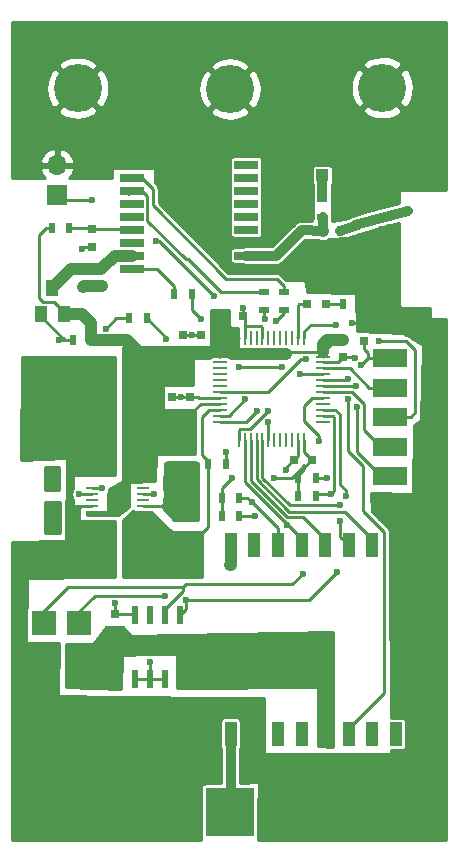
<source format=gbr>
G04 #@! TF.GenerationSoftware,KiCad,Pcbnew,(5.1.4)-1*
G04 #@! TF.CreationDate,2019-11-27T15:40:33+01:00*
G04 #@! TF.ProjectId,picoballoon,7069636f-6261-46c6-9c6f-6f6e2e6b6963,rev?*
G04 #@! TF.SameCoordinates,Original*
G04 #@! TF.FileFunction,Copper,L1,Top*
G04 #@! TF.FilePolarity,Positive*
%FSLAX46Y46*%
G04 Gerber Fmt 4.6, Leading zero omitted, Abs format (unit mm)*
G04 Created by KiCad (PCBNEW (5.1.4)-1) date 2019-11-27 15:40:33*
%MOMM*%
%LPD*%
G04 APERTURE LIST*
%ADD10R,0.800000X0.750000*%
%ADD11R,0.750000X0.800000*%
%ADD12R,1.950000X2.500000*%
%ADD13R,0.800000X0.800000*%
%ADD14R,3.000000X1.500000*%
%ADD15O,1.700000X1.700000*%
%ADD16R,1.700000X1.700000*%
%ADD17R,1.500000X1.000000*%
%ADD18R,1.000000X1.400000*%
%ADD19R,0.500000X0.900000*%
%ADD20R,0.900000X0.500000*%
%ADD21R,1.100000X0.250000*%
%ADD22R,2.000000X0.700000*%
%ADD23R,1.000000X2.000000*%
%ADD24R,0.600000X1.550000*%
%ADD25R,2.000000X2.000000*%
%ADD26R,0.250000X1.300000*%
%ADD27R,1.300000X0.250000*%
%ADD28R,4.064000X4.064000*%
%ADD29C,2.499360*%
%ADD30R,2.540000X2.670000*%
%ADD31R,1.270000X0.762000*%
%ADD32C,4.064000*%
%ADD33R,1.000000X2.200000*%
%ADD34R,1.050000X1.000000*%
%ADD35C,0.600000*%
%ADD36C,1.000000*%
%ADD37C,0.825021*%
%ADD38C,0.250000*%
%ADD39C,0.254000*%
G04 APERTURE END LIST*
D10*
X46240000Y-65532000D03*
X47740000Y-65532000D03*
D11*
X44005500Y-43192000D03*
X44005500Y-44692000D03*
X45593000Y-44628500D03*
X45593000Y-43128500D03*
X41402000Y-65150300D03*
X41402000Y-66650300D03*
X44767500Y-39826500D03*
X44767500Y-41326500D03*
D10*
X46303500Y-59690000D03*
X47803500Y-59690000D03*
D12*
X45465000Y-56388000D03*
X48515000Y-56388000D03*
D11*
X41414700Y-60313000D03*
X41414700Y-58813000D03*
X54089300Y-78294800D03*
X54089300Y-79794800D03*
D12*
X48515000Y-52578000D03*
X45465000Y-52578000D03*
D11*
X46736000Y-72376600D03*
X46736000Y-73876600D03*
D10*
X41414000Y-78079600D03*
X42914000Y-78079600D03*
D11*
X52451000Y-50280000D03*
X52451000Y-48780000D03*
D10*
X57519000Y-47117000D03*
X56019000Y-47117000D03*
D11*
X67818000Y-49276000D03*
X67818000Y-47776000D03*
X51562000Y-53987000D03*
X51562000Y-55487000D03*
X53086000Y-55487000D03*
X53086000Y-53987000D03*
D13*
X64554000Y-46101000D03*
X62954000Y-46101000D03*
D14*
X69977000Y-50713000D03*
X69977000Y-53213000D03*
X69977000Y-55713000D03*
X69977000Y-58213000D03*
X69977000Y-60713000D03*
X69977000Y-63213000D03*
D15*
X41808400Y-34391600D03*
D16*
X41808400Y-36931600D03*
D17*
X52397000Y-66240000D03*
X52397000Y-63636500D03*
D18*
X41402000Y-44810500D03*
X42352000Y-47010500D03*
X40452000Y-47010500D03*
D19*
X43192000Y-49212500D03*
X44692000Y-49212500D03*
X42850500Y-39687500D03*
X41350500Y-39687500D03*
X47903700Y-47358300D03*
X49403700Y-47358300D03*
D20*
X61010800Y-46622400D03*
X61010800Y-45122400D03*
X59334400Y-45122400D03*
X59334400Y-46622400D03*
D19*
X51701000Y-45275500D03*
X53201000Y-45275500D03*
X55739600Y-64109600D03*
X57239600Y-64109600D03*
X55739600Y-62534800D03*
X57239600Y-62534800D03*
D20*
X41427400Y-61632400D03*
X41427400Y-63132400D03*
X64262000Y-37273800D03*
X64262000Y-38773800D03*
D19*
X65790000Y-39940000D03*
X64290000Y-39940000D03*
X67552000Y-46101000D03*
X66052000Y-46101000D03*
X63742000Y-62357000D03*
X62242000Y-62357000D03*
X62242000Y-60833000D03*
X63742000Y-60833000D03*
X54622000Y-59690000D03*
X56122000Y-59690000D03*
D21*
X49039000Y-61732000D03*
X49039000Y-62232000D03*
X49039000Y-62732000D03*
X49039000Y-63232000D03*
X49039000Y-63732000D03*
X44739000Y-63732000D03*
X44739000Y-63232000D03*
X44739000Y-62732000D03*
X44739000Y-62232000D03*
X44739000Y-61732000D03*
D22*
X57809000Y-34335000D03*
X57809000Y-35435000D03*
X57809000Y-36535000D03*
X57809000Y-37635000D03*
X57809000Y-38735000D03*
X57809000Y-39835000D03*
X57809000Y-40935000D03*
X57809000Y-42035000D03*
X57809000Y-43135000D03*
X48109000Y-43135000D03*
X48109000Y-42035000D03*
X48109000Y-40935000D03*
X48109000Y-39835000D03*
X48109000Y-38735000D03*
X48109000Y-37635000D03*
X48109000Y-36535000D03*
X48109000Y-35435000D03*
X48109000Y-34335000D03*
D23*
X70500000Y-82549000D03*
X68500000Y-82549000D03*
X66500000Y-82549000D03*
X64500000Y-82549000D03*
X62500000Y-82549000D03*
X60500000Y-82549000D03*
X58500000Y-82549000D03*
X56500000Y-82549000D03*
X56500000Y-66549000D03*
X58500000Y-66549000D03*
X60500000Y-66549000D03*
X62500000Y-66549000D03*
X64500000Y-66549000D03*
X66500000Y-66549000D03*
X68500000Y-66549000D03*
X70500000Y-66549000D03*
D24*
X52197000Y-77858600D03*
X50927000Y-77858600D03*
X49657000Y-77858600D03*
X48387000Y-77858600D03*
X48387000Y-72458600D03*
X49657000Y-72458600D03*
X50927000Y-72458600D03*
X52197000Y-72458600D03*
D25*
X43664000Y-76150600D03*
X40664000Y-76150600D03*
X43664000Y-73150600D03*
X40664000Y-73150600D03*
D26*
X57194000Y-48990000D03*
X57694000Y-48990000D03*
X58194000Y-48990000D03*
X58694000Y-48990000D03*
X59194000Y-48990000D03*
X59694000Y-48990000D03*
X60194000Y-48990000D03*
X60694000Y-48990000D03*
X61194000Y-48990000D03*
X61694000Y-48990000D03*
X62194000Y-48990000D03*
X62694000Y-48990000D03*
D27*
X64294000Y-50590000D03*
X64294000Y-51090000D03*
X64294000Y-51590000D03*
X64294000Y-52090000D03*
X64294000Y-52590000D03*
X64294000Y-53090000D03*
X64294000Y-53590000D03*
X64294000Y-54090000D03*
X64294000Y-54590000D03*
X64294000Y-55090000D03*
X64294000Y-55590000D03*
X64294000Y-56090000D03*
D26*
X62694000Y-57690000D03*
X62194000Y-57690000D03*
X61694000Y-57690000D03*
X61194000Y-57690000D03*
X60694000Y-57690000D03*
X60194000Y-57690000D03*
X59694000Y-57690000D03*
X59194000Y-57690000D03*
X58694000Y-57690000D03*
X58194000Y-57690000D03*
X57694000Y-57690000D03*
X57194000Y-57690000D03*
D27*
X55594000Y-56090000D03*
X55594000Y-55590000D03*
X55594000Y-55090000D03*
X55594000Y-54590000D03*
X55594000Y-54090000D03*
X55594000Y-53590000D03*
X55594000Y-53090000D03*
X55594000Y-52590000D03*
X55594000Y-52090000D03*
X55594000Y-51590000D03*
X55594000Y-51090000D03*
X55594000Y-50590000D03*
D28*
X56438800Y-89141300D03*
D29*
X49530000Y-67564000D03*
X42164000Y-54991000D03*
D28*
X48387000Y-89027000D03*
X64452500Y-89027000D03*
D30*
X52374800Y-60820300D03*
D31*
X52374800Y-58469300D03*
D11*
X53975000Y-50280000D03*
X53975000Y-48780000D03*
X66040000Y-50661000D03*
X66040000Y-49161000D03*
D10*
X63361000Y-59309000D03*
X61861000Y-59309000D03*
D32*
X43561000Y-27876500D03*
X56451500Y-27940000D03*
X69342000Y-27813000D03*
D33*
X62210000Y-33740000D03*
X66310000Y-33740000D03*
D34*
X64260000Y-35240000D03*
D35*
X67150000Y-38350000D03*
X50038000Y-62230000D03*
X44860000Y-65010000D03*
X45278998Y-65532000D03*
X44958000Y-66167000D03*
X45593000Y-66548000D03*
X40716200Y-67564000D03*
X41427400Y-67589400D03*
X42138600Y-67602100D03*
X40652700Y-57975500D03*
X41427400Y-57899300D03*
X42113200Y-57912000D03*
X43688000Y-51308000D03*
X43688000Y-52070000D03*
X43688000Y-52832000D03*
X43688000Y-53721000D03*
X43815000Y-55245000D03*
X43815000Y-56007000D03*
X43815000Y-56769000D03*
X43815000Y-57658000D03*
X45120000Y-58910000D03*
X45100000Y-59560000D03*
X45100000Y-60270000D03*
X52312000Y-53987000D03*
X57531000Y-46482000D03*
X53201000Y-48780000D03*
X61214000Y-60198000D03*
X67056000Y-50673000D03*
X56134000Y-58674000D03*
X40850000Y-79000000D03*
X46736000Y-71475600D03*
X49657000Y-76428600D03*
X66802000Y-47752000D03*
X68199000Y-46101000D03*
X55448200Y-86436200D03*
X55499000Y-85826600D03*
X55499000Y-85217000D03*
X55490000Y-84650000D03*
X55499000Y-84074000D03*
X55499000Y-83439000D03*
X55499000Y-82804000D03*
X55499000Y-82169000D03*
X55499000Y-81534000D03*
X55550000Y-80910000D03*
X56180000Y-80950000D03*
X56820000Y-80950000D03*
X57440000Y-81250000D03*
X57531000Y-82042000D03*
X57531000Y-82677000D03*
X57531000Y-83312000D03*
X57531000Y-83947000D03*
X57790000Y-84530000D03*
X57531000Y-85090000D03*
X57860000Y-85610000D03*
X57550000Y-86160000D03*
X58140000Y-86487000D03*
X58801000Y-86487000D03*
X59120000Y-87010000D03*
X59120000Y-87630000D03*
X59120000Y-88240000D03*
X59120000Y-88850000D03*
X59110000Y-89460000D03*
X59110000Y-90070000D03*
X59100000Y-90680000D03*
X59510000Y-91150000D03*
X54838600Y-86480000D03*
X54230000Y-86500000D03*
X53600000Y-86330000D03*
X53650000Y-87000000D03*
X53640000Y-87600000D03*
X53640000Y-88200000D03*
X53640000Y-88810000D03*
X53630000Y-89420000D03*
X53630000Y-90040000D03*
X53590000Y-90650000D03*
X61595000Y-90043000D03*
X61468000Y-88900000D03*
X61976000Y-87249000D03*
X63246000Y-85979000D03*
X66167000Y-85852000D03*
X67437000Y-86868000D03*
X67945000Y-89662000D03*
X45974000Y-85852000D03*
X44704000Y-89027000D03*
X45212000Y-90805000D03*
X45212000Y-87503000D03*
X48387000Y-85852000D03*
X51054000Y-85344000D03*
X51308000Y-87630000D03*
X51308000Y-90424000D03*
X51943000Y-88011000D03*
X43815000Y-87503000D03*
X40767000Y-80645000D03*
X45085000Y-80137000D03*
X49276000Y-80391000D03*
X53140000Y-80480000D03*
X58928000Y-79883000D03*
X40767000Y-84836000D03*
X72009000Y-90424000D03*
X72136000Y-85217000D03*
X67564000Y-84709000D03*
X71501000Y-88011000D03*
X44779500Y-44628500D03*
X43878500Y-41465500D03*
X71602600Y-38214300D03*
X70560000Y-39640000D03*
X70570000Y-40290000D03*
X70540000Y-40940000D03*
X70530000Y-41610000D03*
X70530000Y-42270000D03*
X70520000Y-42890000D03*
X70510000Y-43590000D03*
X70540000Y-44230000D03*
X70510000Y-44950000D03*
X70530000Y-45630000D03*
X70570000Y-46410000D03*
X71160000Y-46650000D03*
X71860000Y-46680000D03*
X72570000Y-46660000D03*
X73150000Y-46730000D03*
X73030000Y-47330000D03*
X73560000Y-47720000D03*
X74140000Y-47870000D03*
X70750000Y-36450000D03*
X71500000Y-36300000D03*
X72150000Y-36300000D03*
X72800000Y-36280000D03*
X74600000Y-36250000D03*
X73950000Y-36250000D03*
X73400000Y-36240000D03*
X69950000Y-39650000D03*
X69350000Y-39800000D03*
X68750000Y-40000000D03*
X68150000Y-40200000D03*
X67550000Y-40400000D03*
X66950000Y-40650000D03*
X66350000Y-40800000D03*
X65650000Y-40850000D03*
X65000000Y-40950000D03*
X64350000Y-40950000D03*
X63750000Y-41000000D03*
X63150000Y-41000000D03*
X62600000Y-41300000D03*
X62200000Y-41750000D03*
X61750000Y-42200000D03*
X61250000Y-42650000D03*
X60700000Y-43050000D03*
X60100000Y-43100000D03*
X59450000Y-43100000D03*
X59450000Y-41000000D03*
X60050000Y-40900000D03*
X60500000Y-40400000D03*
X60950000Y-39950000D03*
X61400000Y-39500000D03*
X61850000Y-39050000D03*
X62500000Y-38850000D03*
X63050000Y-38850000D03*
X63200000Y-38250000D03*
X63200000Y-37650000D03*
X63200000Y-37050000D03*
X65350000Y-38750000D03*
X65950000Y-38700000D03*
X66550000Y-38550000D03*
X67750000Y-38200000D03*
X68350000Y-38000000D03*
X68950000Y-37850000D03*
X69550000Y-37750000D03*
X70150000Y-37600000D03*
X70600000Y-37150000D03*
X63200000Y-36450000D03*
X63200000Y-35850000D03*
X65300000Y-35750000D03*
X65300000Y-36350000D03*
X65300000Y-36950000D03*
X65300000Y-37550000D03*
X65300000Y-38150000D03*
X61050000Y-34750000D03*
X61050000Y-33700000D03*
X61100000Y-32150000D03*
X62550000Y-31750000D03*
X64250000Y-31800000D03*
X65800000Y-31800000D03*
X67250000Y-31900000D03*
X67600000Y-33450000D03*
X67400000Y-35200000D03*
X66350000Y-35600000D03*
X64250000Y-34000000D03*
X64250000Y-33050000D03*
X63200000Y-35050000D03*
X65300000Y-34900000D03*
X56286400Y-42672000D03*
X46532800Y-34277300D03*
X49834800Y-34251900D03*
X39600000Y-34200000D03*
X41950000Y-31650000D03*
X38900000Y-24300000D03*
X50650000Y-27800000D03*
X63550000Y-28050000D03*
X62950000Y-24400000D03*
X49500000Y-24150000D03*
X72950000Y-24250000D03*
X73500000Y-32650000D03*
X48650000Y-31200000D03*
X55550000Y-32050000D03*
X54600000Y-38300000D03*
X52750000Y-36000000D03*
X54050000Y-34700000D03*
X59600000Y-31100000D03*
X39150000Y-30200000D03*
X41750000Y-23400000D03*
X64500000Y-43400000D03*
X68400000Y-42800000D03*
X69350000Y-46750000D03*
X72400000Y-48450000D03*
X74000000Y-51700000D03*
X73300000Y-54900000D03*
X74200000Y-57800000D03*
X72550000Y-60500000D03*
X73650000Y-63450000D03*
X72700000Y-65250000D03*
X70450000Y-64600000D03*
X70600000Y-68750000D03*
X73200000Y-70300000D03*
X73850000Y-73150000D03*
X74000000Y-68050000D03*
X70900000Y-72800000D03*
X73900000Y-76150000D03*
X72350000Y-75500000D03*
X70950000Y-77900000D03*
X72300000Y-80900000D03*
X74000000Y-82500000D03*
X73950000Y-89250000D03*
X46500000Y-83100000D03*
X50200000Y-83050000D03*
X41200000Y-89100000D03*
X42750000Y-85000000D03*
X39400000Y-87550000D03*
X44900000Y-68300000D03*
X39450000Y-68250000D03*
X43434000Y-63687002D03*
X39700000Y-55800000D03*
X40050000Y-52000000D03*
X42050000Y-52000000D03*
X38709600Y-76225400D03*
X38735000Y-72301100D03*
X38709600Y-69938900D03*
X41884600Y-68656200D03*
X39395400Y-83032600D03*
X43611800Y-82486500D03*
X56222900Y-42062400D03*
X56248300Y-41465500D03*
X56730900Y-40995600D03*
X56476900Y-68262500D03*
X45571858Y-61694698D03*
X48133000Y-64262000D03*
X43688000Y-62230000D03*
X41656000Y-64008000D03*
X60134500Y-60833000D03*
X52705000Y-57023000D03*
X56616600Y-60833000D03*
X46291500Y-63766700D03*
X50939700Y-75145900D03*
X67564000Y-51308000D03*
X62865000Y-50800000D03*
X69088000Y-49276000D03*
X65405000Y-47879000D03*
X67183000Y-54864000D03*
X67150977Y-53074216D03*
X62340000Y-52050000D03*
X60860000Y-51450000D03*
X57190000Y-51440000D03*
X55120000Y-45500000D03*
X50190000Y-40790000D03*
X44720000Y-37330000D03*
X45974000Y-48212500D03*
X41973500Y-49212500D03*
X51054000Y-49085500D03*
X59626500Y-56134000D03*
X60350400Y-47548800D03*
X59639200Y-55219600D03*
X59375506Y-47426437D03*
X58724800Y-55168800D03*
X53975000Y-47434500D03*
X57721500Y-54215000D03*
X58562258Y-64068942D03*
X61268261Y-64819151D03*
X58267600Y-62890400D03*
X63957200Y-57759600D03*
X65024000Y-62194001D03*
X62611000Y-68961000D03*
X50927000Y-70840600D03*
X52705000Y-71221600D03*
X65532000Y-68834000D03*
X66294000Y-62357000D03*
X64653000Y-60833000D03*
X66421000Y-54215000D03*
X66421000Y-52449216D03*
X65786000Y-63119285D03*
X65786000Y-64516000D03*
D36*
X56500000Y-88915000D02*
X56388000Y-89027000D01*
D37*
X56500000Y-82549000D02*
X56500000Y-88915000D01*
D38*
X43889002Y-63232000D02*
X44739000Y-63232000D01*
X43434000Y-63687002D02*
X43434000Y-63687002D01*
X46240000Y-65532000D02*
X45278998Y-65532000D01*
X49039000Y-62232000D02*
X50036000Y-62232000D01*
X50036000Y-62232000D02*
X50038000Y-62230000D01*
X45278998Y-65532000D02*
X45278998Y-65532000D01*
X53086000Y-53987000D02*
X52312000Y-53987000D01*
X52312000Y-53987000D02*
X51562000Y-53987000D01*
X57694000Y-47292000D02*
X57519000Y-47117000D01*
X57519000Y-47117000D02*
X57519000Y-46494000D01*
X57519000Y-46494000D02*
X57531000Y-46482000D01*
X53975000Y-48780000D02*
X53201000Y-48780000D01*
X53201000Y-48780000D02*
X52451000Y-48780000D01*
X54694000Y-54090000D02*
X55594000Y-54090000D01*
X53814000Y-54090000D02*
X54694000Y-54090000D01*
X53711000Y-53987000D02*
X53814000Y-54090000D01*
X53086000Y-53987000D02*
X53711000Y-53987000D01*
X65611000Y-51090000D02*
X66040000Y-50661000D01*
X64294000Y-51090000D02*
X65611000Y-51090000D01*
X66040000Y-50661000D02*
X67044000Y-50661000D01*
X67044000Y-50661000D02*
X67056000Y-50673000D01*
X56122000Y-59690000D02*
X56122000Y-58686000D01*
X56122000Y-58686000D02*
X56134000Y-58674000D01*
X41414000Y-76900600D02*
X41414000Y-78079600D01*
X40164000Y-75650600D02*
X41414000Y-76900600D01*
X41414000Y-78079600D02*
X41414000Y-78448600D01*
X41414000Y-78448600D02*
X40894000Y-78968600D01*
X46736000Y-72376600D02*
X46736000Y-71475600D01*
X48305000Y-72376600D02*
X48387000Y-72458600D01*
X46736000Y-72376600D02*
X48305000Y-72376600D01*
X50927000Y-77858600D02*
X49657000Y-77858600D01*
X48387000Y-77858600D02*
X49657000Y-77858600D01*
X49657000Y-77858600D02*
X49657000Y-76428600D01*
X67818000Y-47776000D02*
X66826000Y-47776000D01*
X66826000Y-47776000D02*
X66802000Y-47752000D01*
X61214000Y-59956000D02*
X61861000Y-59309000D01*
X61214000Y-60198000D02*
X61214000Y-59956000D01*
X62194000Y-58976000D02*
X61861000Y-59309000D01*
X62194000Y-57690000D02*
X62194000Y-58976000D01*
X67552000Y-46101000D02*
X68199000Y-46101000D01*
D36*
X44069000Y-44628500D02*
X44005500Y-44692000D01*
X45593000Y-44628500D02*
X44779500Y-44628500D01*
X44779500Y-44628500D02*
X44069000Y-44628500D01*
D38*
X44767500Y-41326500D02*
X44017500Y-41326500D01*
X44017500Y-41326500D02*
X43878500Y-41465500D01*
X59082500Y-47978500D02*
X57694000Y-47978500D01*
X59194000Y-48090000D02*
X59082500Y-47978500D01*
X59194000Y-48990000D02*
X59194000Y-48090000D01*
X57694000Y-48990000D02*
X57694000Y-47978500D01*
X57694000Y-47978500D02*
X57694000Y-47292000D01*
D37*
X71551800Y-38227000D02*
X67041800Y-39467000D01*
X67260000Y-39450000D02*
X65790000Y-39940000D01*
D38*
X43434000Y-63687002D02*
X43889002Y-63232000D01*
D36*
X56500000Y-66549000D02*
X56500000Y-68239400D01*
X56500000Y-68239400D02*
X56476900Y-68262500D01*
D38*
X51397000Y-66240000D02*
X52397000Y-66240000D01*
X51172000Y-66240000D02*
X51397000Y-66240000D01*
X49039000Y-64107000D02*
X51172000Y-66240000D01*
X49039000Y-64107000D02*
X49039000Y-63732000D01*
X49039000Y-64883000D02*
X49039000Y-64107000D01*
X48390000Y-65532000D02*
X49039000Y-64883000D01*
X47740000Y-65532000D02*
X48390000Y-65532000D01*
X44739000Y-61732000D02*
X45534556Y-61732000D01*
X45534556Y-61732000D02*
X45571858Y-61694698D01*
X54694000Y-55090000D02*
X54102000Y-55682000D01*
X55594000Y-55090000D02*
X54694000Y-55090000D01*
X54102000Y-58928000D02*
X54610000Y-59436000D01*
X54610000Y-59436000D02*
X54610000Y-65024000D01*
X54610000Y-65024000D02*
X54102000Y-65532000D01*
X54102000Y-65532000D02*
X53975000Y-65532000D01*
X54102000Y-55682000D02*
X54102000Y-57150000D01*
X54102000Y-57150000D02*
X54102000Y-58928000D01*
D36*
X43020500Y-43192000D02*
X44005500Y-43192000D01*
X41402000Y-44810500D02*
X43020500Y-43192000D01*
X45529500Y-43192000D02*
X45593000Y-43128500D01*
X44005500Y-43192000D02*
X45529500Y-43192000D01*
X46686500Y-42035000D02*
X48109000Y-42035000D01*
X45593000Y-43128500D02*
X46686500Y-42035000D01*
D38*
X44739000Y-62232000D02*
X43690000Y-62232000D01*
X43690000Y-62232000D02*
X43688000Y-62230000D01*
X41656000Y-64008000D02*
X41656000Y-63107000D01*
X41656000Y-65163000D02*
X41656000Y-64008000D01*
X44628500Y-39687500D02*
X44767500Y-39826500D01*
X42850500Y-39687500D02*
X44628500Y-39687500D01*
X48100500Y-39826500D02*
X48109000Y-39835000D01*
X44767500Y-39826500D02*
X48100500Y-39826500D01*
D36*
X48882300Y-74828400D02*
X48882300Y-74841100D01*
D38*
X50923498Y-58587500D02*
X52397000Y-58587500D01*
X47244000Y-62694000D02*
X47244000Y-62266998D01*
X44739000Y-63732000D02*
X46206000Y-63732000D01*
X46206000Y-63732000D02*
X46421900Y-63516100D01*
X53086000Y-55487000D02*
X51562000Y-55487000D01*
X52451000Y-50280000D02*
X53975000Y-50280000D01*
X55284000Y-50280000D02*
X55594000Y-50590000D01*
X53975000Y-50280000D02*
X55284000Y-50280000D01*
X56019000Y-47742000D02*
X56019000Y-47117000D01*
X56019000Y-48190000D02*
X56019000Y-47742000D01*
X56819000Y-48990000D02*
X56019000Y-48190000D01*
X57194000Y-48990000D02*
X56819000Y-48990000D01*
X54694000Y-54590000D02*
X55594000Y-54590000D01*
X53958000Y-54590000D02*
X54694000Y-54590000D01*
X53086000Y-55462000D02*
X53958000Y-54590000D01*
X53086000Y-55487000D02*
X53086000Y-55462000D01*
X62694000Y-57690000D02*
X62694000Y-57880000D01*
X65415000Y-49161000D02*
X66040000Y-49161000D01*
X65348000Y-49161000D02*
X65415000Y-49161000D01*
X43164000Y-75650600D02*
X42914000Y-75900600D01*
X43164000Y-75650600D02*
X44337000Y-75650600D01*
X62694000Y-58642000D02*
X63361000Y-59309000D01*
X62694000Y-57690000D02*
X62694000Y-58642000D01*
X64334001Y-50174999D02*
X56651999Y-50174999D01*
X64684000Y-49825000D02*
X64334001Y-50174999D01*
X64684000Y-49825000D02*
X65348000Y-49161000D01*
X64294000Y-50215000D02*
X64684000Y-49825000D01*
X64294000Y-50590000D02*
X64294000Y-50215000D01*
D36*
X60008999Y-50340001D02*
X61223999Y-50340001D01*
X56651999Y-50174999D02*
X56817001Y-50340001D01*
X56817001Y-50340001D02*
X60008999Y-50340001D01*
X64294000Y-49532000D02*
X64294000Y-50215000D01*
X64665000Y-49161000D02*
X64294000Y-49532000D01*
X66040000Y-49161000D02*
X64665000Y-49161000D01*
D38*
X62242000Y-62357000D02*
X62242000Y-60833000D01*
X62242000Y-60428000D02*
X63361000Y-59309000D01*
X62242000Y-60833000D02*
X62242000Y-60428000D01*
D36*
X44692000Y-49212500D02*
X47752000Y-49212500D01*
X47752000Y-49212500D02*
X48641000Y-50101500D01*
X43852000Y-47010500D02*
X42352000Y-47010500D01*
X43940000Y-47010500D02*
X43852000Y-47010500D01*
X44692000Y-47762500D02*
X43940000Y-47010500D01*
X44692000Y-49212500D02*
X44692000Y-47762500D01*
D38*
X40850500Y-39687500D02*
X40259000Y-40279000D01*
X41350500Y-39687500D02*
X40850500Y-39687500D01*
X42352000Y-46810500D02*
X42352000Y-47010500D01*
X41526999Y-45985499D02*
X42352000Y-46810500D01*
X40651499Y-45985499D02*
X41526999Y-45985499D01*
X40259000Y-45593000D02*
X40651499Y-45985499D01*
X40259000Y-40279000D02*
X40259000Y-45593000D01*
X61697002Y-60833000D02*
X60134500Y-60833000D01*
X62742000Y-59788002D02*
X61697002Y-60833000D01*
X62742000Y-60133000D02*
X62742000Y-59788002D01*
X62242000Y-60833000D02*
X62242000Y-60633000D01*
X62242000Y-60633000D02*
X62742000Y-60133000D01*
X55739600Y-64109600D02*
X55739600Y-62534800D01*
X55739600Y-61710000D02*
X56616600Y-60833000D01*
X55739600Y-62534800D02*
X55739600Y-61710000D01*
X64500000Y-82049000D02*
X64500000Y-82549000D01*
X46421900Y-63516100D02*
X47244000Y-62694000D01*
X41656000Y-61607000D02*
X41656000Y-60313000D01*
D36*
X64240000Y-39890000D02*
X64290000Y-39940000D01*
D37*
X62500000Y-39890000D02*
X64290000Y-39940000D01*
X60355000Y-42035000D02*
X62500000Y-39890000D01*
X57809000Y-42035000D02*
X60355000Y-42035000D01*
D38*
X69977000Y-50713000D02*
X68159000Y-50713000D01*
X68159000Y-50713000D02*
X67564000Y-51308000D01*
X56494000Y-53590000D02*
X55594000Y-53590000D01*
X59650736Y-53590000D02*
X56494000Y-53590000D01*
X62440736Y-50800000D02*
X59650736Y-53590000D01*
X62865000Y-50800000D02*
X62440736Y-50800000D01*
X68159000Y-50267000D02*
X68159000Y-50713000D01*
X67818000Y-49926000D02*
X68159000Y-50267000D01*
X67818000Y-49276000D02*
X67818000Y-49926000D01*
X51992500Y-63232000D02*
X52397000Y-63636500D01*
X49039000Y-63232000D02*
X51992500Y-63232000D01*
X52397000Y-63636500D02*
X52397000Y-60938500D01*
X64554000Y-46101000D02*
X66052000Y-46101000D01*
X62144001Y-48940001D02*
X62194000Y-48990000D01*
X62304000Y-46101000D02*
X62954000Y-46101000D01*
X62194000Y-46211000D02*
X62304000Y-46101000D01*
X62194000Y-48990000D02*
X62194000Y-46211000D01*
D37*
X64260000Y-37020000D02*
X64260000Y-35240000D01*
D38*
X65194000Y-51590000D02*
X64294000Y-51590000D01*
X66604000Y-51590000D02*
X65194000Y-51590000D01*
X68227000Y-53213000D02*
X66604000Y-51590000D01*
X69977000Y-53213000D02*
X68227000Y-53213000D01*
X71727000Y-55713000D02*
X72136000Y-55304000D01*
X69977000Y-55713000D02*
X71727000Y-55713000D01*
X71375002Y-49276000D02*
X69088000Y-49276000D01*
X72136000Y-55304000D02*
X72136000Y-50036998D01*
X72136000Y-50036998D02*
X71375002Y-49276000D01*
X62694000Y-48465000D02*
X62694000Y-48990000D01*
X63280000Y-47879000D02*
X62694000Y-48465000D01*
X65405000Y-47879000D02*
X63280000Y-47879000D01*
X69227000Y-58213000D02*
X67818000Y-56804000D01*
X69977000Y-58213000D02*
X69227000Y-58213000D01*
X67818000Y-56804000D02*
X67818000Y-54610000D01*
X66798000Y-53590000D02*
X64294000Y-53590000D01*
X67818000Y-54610000D02*
X66798000Y-53590000D01*
X67183000Y-58669000D02*
X67183000Y-54864000D01*
X69977000Y-60713000D02*
X69227000Y-60713000D01*
X69227000Y-60713000D02*
X67183000Y-58669000D01*
X64309784Y-53074216D02*
X64294000Y-53090000D01*
X67150977Y-53074216D02*
X64309784Y-53074216D01*
X64294000Y-52090000D02*
X62380000Y-52090000D01*
X62380000Y-52090000D02*
X62340000Y-52050000D01*
X60860000Y-51450000D02*
X57200000Y-51450000D01*
X57200000Y-51450000D02*
X57190000Y-51440000D01*
X55120000Y-45500000D02*
X50410000Y-40790000D01*
X50410000Y-40790000D02*
X50190000Y-40790000D01*
X42206800Y-37330000D02*
X41808400Y-36931600D01*
X44720000Y-37330000D02*
X42206800Y-37330000D01*
X41973500Y-49212500D02*
X43192000Y-49212500D01*
X43055500Y-49076000D02*
X43192000Y-49212500D01*
X40452000Y-47210500D02*
X40452000Y-47010500D01*
X42454000Y-49212500D02*
X40452000Y-47210500D01*
X43192000Y-49212500D02*
X42454000Y-49212500D01*
X46828200Y-47358300D02*
X45974000Y-48212500D01*
X47903700Y-47358300D02*
X46828200Y-47358300D01*
X59694000Y-56201500D02*
X59694000Y-57690000D01*
X59626500Y-56134000D02*
X59694000Y-56201500D01*
X51054000Y-49008600D02*
X49403700Y-47358300D01*
X51054000Y-49085500D02*
X51054000Y-49008600D01*
X61010800Y-46622400D02*
X61010800Y-46888400D01*
X61010800Y-46888400D02*
X60350400Y-47548800D01*
X59639200Y-55219600D02*
X58166000Y-56692800D01*
X57194000Y-56790000D02*
X57194000Y-57690000D01*
X57291200Y-56692800D02*
X57194000Y-56790000D01*
X58166000Y-56692800D02*
X57291200Y-56692800D01*
X47980000Y-35306000D02*
X48109000Y-35435000D01*
X61010800Y-44622400D02*
X60388400Y-44000000D01*
X61010800Y-45122400D02*
X61010800Y-44622400D01*
X49884010Y-36375008D02*
X49009002Y-35500000D01*
X49884010Y-37784010D02*
X49884010Y-36375008D01*
X60388400Y-44000000D02*
X56100000Y-44000000D01*
X56100000Y-44000000D02*
X49884010Y-37784010D01*
X49009002Y-35500000D02*
X47900000Y-35500000D01*
X47814000Y-36830000D02*
X48109000Y-36535000D01*
X55667402Y-45122400D02*
X52900000Y-42354998D01*
X59334400Y-45122400D02*
X55667402Y-45122400D01*
X49434001Y-37024999D02*
X48909002Y-36500000D01*
X49434001Y-39108999D02*
X49434001Y-37024999D01*
X52900000Y-42354998D02*
X52680000Y-42354998D01*
X52680000Y-42354998D02*
X49434001Y-39108999D01*
X48909002Y-36500000D02*
X47800000Y-36500000D01*
X59334400Y-46622400D02*
X59334400Y-47385331D01*
X59334400Y-47385331D02*
X59375506Y-47426437D01*
X57803600Y-56090000D02*
X55594000Y-56090000D01*
X58724800Y-55168800D02*
X57803600Y-56090000D01*
X48272000Y-43298000D02*
X48109000Y-43135000D01*
X49359000Y-43135000D02*
X48109000Y-43135000D01*
X50260500Y-43135000D02*
X49359000Y-43135000D01*
X51701000Y-44575500D02*
X50260500Y-43135000D01*
X51701000Y-45275500D02*
X51701000Y-44575500D01*
X53201000Y-45275500D02*
X53201000Y-46660500D01*
X53201000Y-46660500D02*
X53975000Y-47434500D01*
X56346500Y-55590000D02*
X55594000Y-55590000D01*
X57721500Y-54215000D02*
X56346500Y-55590000D01*
X62500000Y-66049000D02*
X62500000Y-66549000D01*
X57694000Y-61243000D02*
X62500000Y-66049000D01*
X57694000Y-57690000D02*
X57694000Y-61243000D01*
X57239600Y-64109600D02*
X58521600Y-64109600D01*
X58521600Y-64109600D02*
X58562258Y-64068942D01*
X60500000Y-66549000D02*
X60500000Y-65122800D01*
X60500000Y-65122800D02*
X58267600Y-62890400D01*
X63394000Y-54090000D02*
X64294000Y-54090000D01*
X62687200Y-54796800D02*
X63394000Y-54090000D01*
X62687200Y-56065336D02*
X62687200Y-54796800D01*
X63957200Y-57335336D02*
X62687200Y-56065336D01*
X63957200Y-57759600D02*
X63957200Y-57335336D01*
X57912000Y-62534800D02*
X58267600Y-62890400D01*
X57239600Y-62534800D02*
X57912000Y-62534800D01*
X65194000Y-55590000D02*
X65278000Y-55674000D01*
X64294000Y-55590000D02*
X65194000Y-55590000D01*
X65278000Y-55674000D02*
X65278000Y-61940001D01*
X65278000Y-61940001D02*
X65024000Y-62194001D01*
X42736000Y-70078600D02*
X52451000Y-70078600D01*
X40164000Y-72650600D02*
X42736000Y-70078600D01*
X63904999Y-62194001D02*
X63742000Y-62357000D01*
X65024000Y-62194001D02*
X63904999Y-62194001D01*
X62611000Y-68961000D02*
X61722000Y-69850000D01*
X52679600Y-69850000D02*
X52451000Y-70078600D01*
X61722000Y-69850000D02*
X52679600Y-69850000D01*
X52451000Y-70459600D02*
X52451000Y-70078600D01*
X50927000Y-71983600D02*
X52451000Y-70459600D01*
X50927000Y-72458600D02*
X50927000Y-71983600D01*
X43164000Y-72650600D02*
X44974000Y-70840600D01*
X44974000Y-70840600D02*
X50927000Y-70840600D01*
X52705000Y-71950600D02*
X52197000Y-72458600D01*
X52705000Y-71221600D02*
X52705000Y-71950600D01*
X65194000Y-55090000D02*
X64294000Y-55090000D01*
X65330410Y-55090000D02*
X65194000Y-55090000D01*
X65728009Y-55487599D02*
X65330410Y-55090000D01*
X65728010Y-61366746D02*
X65728009Y-55487599D01*
X66294000Y-61932736D02*
X65728010Y-61366746D01*
X66294000Y-62357000D02*
X66294000Y-61932736D01*
X63742000Y-60833000D02*
X64653000Y-60833000D01*
X63144400Y-71221600D02*
X52705000Y-71221600D01*
X65532000Y-68834000D02*
X63144400Y-71221600D01*
X66280216Y-52590000D02*
X64294000Y-52590000D01*
X66421000Y-52449216D02*
X66280216Y-52590000D01*
X66421000Y-58543410D02*
X67691000Y-59813410D01*
X66421000Y-54215000D02*
X66421000Y-58543410D01*
X67691000Y-63654998D02*
X69469000Y-65432998D01*
X67691000Y-59813410D02*
X67691000Y-63654998D01*
X66500000Y-82049000D02*
X66500000Y-82549000D01*
X69469000Y-79080000D02*
X66500000Y-82049000D01*
X69469000Y-65432998D02*
X69469000Y-79080000D01*
X58194000Y-57690000D02*
X58194000Y-61106590D01*
X58194000Y-61106590D02*
X61281705Y-64194295D01*
X64500000Y-66049000D02*
X64500000Y-66549000D01*
X62645295Y-64194295D02*
X64500000Y-66049000D01*
X61281705Y-64194295D02*
X62645295Y-64194295D01*
X59194000Y-57690000D02*
X59194000Y-60833770D01*
X65773284Y-63132001D02*
X65786000Y-63119285D01*
X59194000Y-60833770D02*
X61492231Y-63132001D01*
X61492231Y-63132001D02*
X65773284Y-63132001D01*
X65786000Y-65835000D02*
X66500000Y-66549000D01*
X65786000Y-64516000D02*
X65786000Y-65835000D01*
X58694000Y-57690000D02*
X58694000Y-60970180D01*
X68500000Y-66049000D02*
X68500000Y-66549000D01*
X66195285Y-63744285D02*
X68500000Y-66049000D01*
X61468105Y-63744285D02*
X66195285Y-63744285D01*
X58694000Y-60970180D02*
X61468105Y-63744285D01*
X64290000Y-38801800D02*
X64262000Y-38773800D01*
D37*
X64290000Y-39940000D02*
X64290000Y-38801800D01*
D39*
G36*
X53721000Y-59621801D02*
G01*
X53721000Y-64389000D01*
X51741606Y-64389000D01*
X50802311Y-63449705D01*
X50834021Y-62721626D01*
X50866586Y-62672889D01*
X50937068Y-62502729D01*
X50973000Y-62322089D01*
X50973000Y-62137911D01*
X50937068Y-61957271D01*
X50873948Y-61804885D01*
X50971589Y-59563000D01*
X53662199Y-59563000D01*
X53721000Y-59621801D01*
X53721000Y-59621801D01*
G37*
X53721000Y-59621801D02*
X53721000Y-64389000D01*
X51741606Y-64389000D01*
X50802311Y-63449705D01*
X50834021Y-62721626D01*
X50866586Y-62672889D01*
X50937068Y-62502729D01*
X50973000Y-62322089D01*
X50973000Y-62137911D01*
X50937068Y-61957271D01*
X50873948Y-61804885D01*
X50971589Y-59563000D01*
X53662199Y-59563000D01*
X53721000Y-59621801D01*
G36*
X48276304Y-63675322D02*
G01*
X48342492Y-63710701D01*
X48414311Y-63732487D01*
X48489000Y-63739843D01*
X49589000Y-63739843D01*
X49598093Y-63738947D01*
X49731815Y-63750091D01*
X50206411Y-64165363D01*
X51474529Y-65370075D01*
X51494172Y-65385371D01*
X51516423Y-65396540D01*
X51540424Y-65403154D01*
X51562000Y-65405000D01*
X54102000Y-65405000D01*
X54102000Y-69215000D01*
X47371000Y-69215000D01*
X47371000Y-64446628D01*
X48264017Y-63665238D01*
X48276304Y-63675322D01*
X48276304Y-63675322D01*
G37*
X48276304Y-63675322D02*
X48342492Y-63710701D01*
X48414311Y-63732487D01*
X48489000Y-63739843D01*
X49589000Y-63739843D01*
X49598093Y-63738947D01*
X49731815Y-63750091D01*
X50206411Y-64165363D01*
X51474529Y-65370075D01*
X51494172Y-65385371D01*
X51516423Y-65396540D01*
X51540424Y-65403154D01*
X51562000Y-65405000D01*
X54102000Y-65405000D01*
X54102000Y-69215000D01*
X47371000Y-69215000D01*
X47371000Y-64446628D01*
X48264017Y-63665238D01*
X48276304Y-63675322D01*
G36*
X46736000Y-60579000D02*
G01*
X43307000Y-60579000D01*
X43282224Y-60581440D01*
X43258399Y-60588667D01*
X43236443Y-60600403D01*
X43217197Y-60616197D01*
X43201403Y-60635443D01*
X43189667Y-60657399D01*
X43182440Y-60681224D01*
X43180001Y-60705629D01*
X43176865Y-61778056D01*
X43159033Y-61795888D01*
X43084506Y-61907426D01*
X43033171Y-62031360D01*
X43007000Y-62162927D01*
X43007000Y-62297073D01*
X43033171Y-62428640D01*
X43084506Y-62552574D01*
X43159033Y-62664112D01*
X43174230Y-62679309D01*
X43173001Y-63099629D01*
X43175368Y-63124412D01*
X43182526Y-63148258D01*
X43194198Y-63170248D01*
X43209935Y-63189540D01*
X43229134Y-63205390D01*
X43251056Y-63217190D01*
X43274859Y-63224487D01*
X43297941Y-63226983D01*
X44003007Y-63238416D01*
X44002935Y-63242063D01*
X43812359Y-63246027D01*
X43787639Y-63248982D01*
X43763970Y-63256703D01*
X43742262Y-63268893D01*
X43723349Y-63285084D01*
X43707959Y-63304654D01*
X43696682Y-63326850D01*
X43689952Y-63350819D01*
X43688000Y-63373000D01*
X43688000Y-64389000D01*
X43690440Y-64413776D01*
X43697667Y-64437601D01*
X43709403Y-64459557D01*
X43725197Y-64478803D01*
X43744443Y-64494597D01*
X43766399Y-64506333D01*
X43790224Y-64513560D01*
X43815000Y-64516000D01*
X46736000Y-64516000D01*
X46736000Y-69216735D01*
X38023000Y-69336584D01*
X38023000Y-66283623D01*
X42421368Y-66166955D01*
X42446071Y-66163859D01*
X42469695Y-66156003D01*
X42491333Y-66143689D01*
X42510152Y-66127390D01*
X42525430Y-66107733D01*
X42536580Y-66085473D01*
X42543173Y-66061465D01*
X42544977Y-66042396D01*
X42671977Y-59311396D01*
X42670005Y-59286578D01*
X42663229Y-59262621D01*
X42651909Y-59240447D01*
X42636481Y-59220908D01*
X42617537Y-59204753D01*
X42595806Y-59192605D01*
X42572122Y-59184930D01*
X42539842Y-59182105D01*
X38767692Y-59335444D01*
X38829356Y-50640760D01*
X46736000Y-50609995D01*
X46736000Y-60579000D01*
X46736000Y-60579000D01*
G37*
X46736000Y-60579000D02*
X43307000Y-60579000D01*
X43282224Y-60581440D01*
X43258399Y-60588667D01*
X43236443Y-60600403D01*
X43217197Y-60616197D01*
X43201403Y-60635443D01*
X43189667Y-60657399D01*
X43182440Y-60681224D01*
X43180001Y-60705629D01*
X43176865Y-61778056D01*
X43159033Y-61795888D01*
X43084506Y-61907426D01*
X43033171Y-62031360D01*
X43007000Y-62162927D01*
X43007000Y-62297073D01*
X43033171Y-62428640D01*
X43084506Y-62552574D01*
X43159033Y-62664112D01*
X43174230Y-62679309D01*
X43173001Y-63099629D01*
X43175368Y-63124412D01*
X43182526Y-63148258D01*
X43194198Y-63170248D01*
X43209935Y-63189540D01*
X43229134Y-63205390D01*
X43251056Y-63217190D01*
X43274859Y-63224487D01*
X43297941Y-63226983D01*
X44003007Y-63238416D01*
X44002935Y-63242063D01*
X43812359Y-63246027D01*
X43787639Y-63248982D01*
X43763970Y-63256703D01*
X43742262Y-63268893D01*
X43723349Y-63285084D01*
X43707959Y-63304654D01*
X43696682Y-63326850D01*
X43689952Y-63350819D01*
X43688000Y-63373000D01*
X43688000Y-64389000D01*
X43690440Y-64413776D01*
X43697667Y-64437601D01*
X43709403Y-64459557D01*
X43725197Y-64478803D01*
X43744443Y-64494597D01*
X43766399Y-64506333D01*
X43790224Y-64513560D01*
X43815000Y-64516000D01*
X46736000Y-64516000D01*
X46736000Y-69216735D01*
X38023000Y-69336584D01*
X38023000Y-66283623D01*
X42421368Y-66166955D01*
X42446071Y-66163859D01*
X42469695Y-66156003D01*
X42491333Y-66143689D01*
X42510152Y-66127390D01*
X42525430Y-66107733D01*
X42536580Y-66085473D01*
X42543173Y-66061465D01*
X42544977Y-66042396D01*
X42671977Y-59311396D01*
X42670005Y-59286578D01*
X42663229Y-59262621D01*
X42651909Y-59240447D01*
X42636481Y-59220908D01*
X42617537Y-59204753D01*
X42595806Y-59192605D01*
X42572122Y-59184930D01*
X42539842Y-59182105D01*
X38767692Y-59335444D01*
X38829356Y-50640760D01*
X46736000Y-50609995D01*
X46736000Y-60579000D01*
G36*
X53340000Y-52959000D02*
G01*
X50927000Y-52959000D01*
X50902224Y-52961440D01*
X50878399Y-52968667D01*
X50856443Y-52980403D01*
X50837197Y-52996197D01*
X50821403Y-53015443D01*
X50809667Y-53037399D01*
X50802440Y-53061224D01*
X50800000Y-53086000D01*
X50800000Y-54991000D01*
X50802440Y-55015776D01*
X50809667Y-55039601D01*
X50821403Y-55061557D01*
X50837197Y-55080803D01*
X50856443Y-55096597D01*
X50878399Y-55108333D01*
X50902224Y-55115560D01*
X50927000Y-55118000D01*
X53467000Y-55118000D01*
X53467000Y-58801000D01*
X50292000Y-58801000D01*
X50267224Y-58803440D01*
X50243399Y-58810667D01*
X50221443Y-58822403D01*
X50202197Y-58838197D01*
X50186403Y-58857443D01*
X50174667Y-58879399D01*
X50167440Y-58903224D01*
X50165021Y-58925673D01*
X50125186Y-61099545D01*
X47999162Y-61214184D01*
X47974553Y-61217955D01*
X47951152Y-61226454D01*
X47929859Y-61239356D01*
X47911492Y-61256163D01*
X47896757Y-61276231D01*
X47886221Y-61298787D01*
X47880287Y-61322966D01*
X47879000Y-61341000D01*
X47879000Y-63309500D01*
X46947667Y-64008000D01*
X44340860Y-64008000D01*
X44371920Y-63772625D01*
X45191473Y-63739843D01*
X45289000Y-63739843D01*
X45355698Y-63733274D01*
X46015076Y-63706899D01*
X46039735Y-63703470D01*
X46063252Y-63695296D01*
X46084722Y-63682692D01*
X46103320Y-63666142D01*
X46118332Y-63646281D01*
X46129181Y-63623872D01*
X46135450Y-63599778D01*
X46136973Y-63577359D01*
X46106666Y-62120069D01*
X46175352Y-62017272D01*
X46226687Y-61893338D01*
X46237494Y-61839011D01*
X47309341Y-61195902D01*
X47329331Y-61181062D01*
X47346042Y-61162607D01*
X47358832Y-61141247D01*
X47367208Y-61117802D01*
X47371000Y-61087000D01*
X47371000Y-49784000D01*
X53340000Y-49784000D01*
X53340000Y-52959000D01*
X53340000Y-52959000D01*
G37*
X53340000Y-52959000D02*
X50927000Y-52959000D01*
X50902224Y-52961440D01*
X50878399Y-52968667D01*
X50856443Y-52980403D01*
X50837197Y-52996197D01*
X50821403Y-53015443D01*
X50809667Y-53037399D01*
X50802440Y-53061224D01*
X50800000Y-53086000D01*
X50800000Y-54991000D01*
X50802440Y-55015776D01*
X50809667Y-55039601D01*
X50821403Y-55061557D01*
X50837197Y-55080803D01*
X50856443Y-55096597D01*
X50878399Y-55108333D01*
X50902224Y-55115560D01*
X50927000Y-55118000D01*
X53467000Y-55118000D01*
X53467000Y-58801000D01*
X50292000Y-58801000D01*
X50267224Y-58803440D01*
X50243399Y-58810667D01*
X50221443Y-58822403D01*
X50202197Y-58838197D01*
X50186403Y-58857443D01*
X50174667Y-58879399D01*
X50167440Y-58903224D01*
X50165021Y-58925673D01*
X50125186Y-61099545D01*
X47999162Y-61214184D01*
X47974553Y-61217955D01*
X47951152Y-61226454D01*
X47929859Y-61239356D01*
X47911492Y-61256163D01*
X47896757Y-61276231D01*
X47886221Y-61298787D01*
X47880287Y-61322966D01*
X47879000Y-61341000D01*
X47879000Y-63309500D01*
X46947667Y-64008000D01*
X44340860Y-64008000D01*
X44371920Y-63772625D01*
X45191473Y-63739843D01*
X45289000Y-63739843D01*
X45355698Y-63733274D01*
X46015076Y-63706899D01*
X46039735Y-63703470D01*
X46063252Y-63695296D01*
X46084722Y-63682692D01*
X46103320Y-63666142D01*
X46118332Y-63646281D01*
X46129181Y-63623872D01*
X46135450Y-63599778D01*
X46136973Y-63577359D01*
X46106666Y-62120069D01*
X46175352Y-62017272D01*
X46226687Y-61893338D01*
X46237494Y-61839011D01*
X47309341Y-61195902D01*
X47329331Y-61181062D01*
X47346042Y-61162607D01*
X47358832Y-61141247D01*
X47367208Y-61117802D01*
X47371000Y-61087000D01*
X47371000Y-49784000D01*
X53340000Y-49784000D01*
X53340000Y-52959000D01*
G36*
X42037000Y-65532000D02*
G01*
X40767000Y-65532000D01*
X40767000Y-62865000D01*
X42037000Y-62865000D01*
X42037000Y-65532000D01*
X42037000Y-65532000D01*
G37*
X42037000Y-65532000D02*
X40767000Y-65532000D01*
X40767000Y-62865000D01*
X42037000Y-62865000D01*
X42037000Y-65532000D01*
G36*
X41983000Y-59955882D02*
G01*
X41983000Y-61852653D01*
X40767000Y-61849345D01*
X40767000Y-59945128D01*
X41983000Y-59955882D01*
X41983000Y-59955882D01*
G37*
X41983000Y-59955882D02*
X41983000Y-61852653D01*
X40767000Y-61849345D01*
X40767000Y-59945128D01*
X41983000Y-59955882D01*
G36*
X56388000Y-48006000D02*
G01*
X56390440Y-48030776D01*
X56397667Y-48054601D01*
X56409403Y-48076557D01*
X56425197Y-48095803D01*
X56444443Y-48111597D01*
X56466399Y-48123333D01*
X56490224Y-48130560D01*
X56515000Y-48133000D01*
X57150000Y-48133000D01*
X57150000Y-50673000D01*
X56488770Y-50673000D01*
X56456696Y-50646678D01*
X56390508Y-50611299D01*
X56318689Y-50589513D01*
X56244000Y-50582157D01*
X54944000Y-50582157D01*
X54869311Y-50589513D01*
X54797492Y-50611299D01*
X54731304Y-50646678D01*
X54699230Y-50673000D01*
X50546000Y-50673000D01*
X50546000Y-49784000D01*
X54737000Y-49784000D01*
X54761776Y-49781560D01*
X54785601Y-49774333D01*
X54807557Y-49762597D01*
X54826803Y-49746803D01*
X54842597Y-49727557D01*
X54854333Y-49705601D01*
X54861560Y-49681776D01*
X54864000Y-49657000D01*
X54864000Y-46609000D01*
X56388000Y-46609000D01*
X56388000Y-48006000D01*
X56388000Y-48006000D01*
G37*
X56388000Y-48006000D02*
X56390440Y-48030776D01*
X56397667Y-48054601D01*
X56409403Y-48076557D01*
X56425197Y-48095803D01*
X56444443Y-48111597D01*
X56466399Y-48123333D01*
X56490224Y-48130560D01*
X56515000Y-48133000D01*
X57150000Y-48133000D01*
X57150000Y-50673000D01*
X56488770Y-50673000D01*
X56456696Y-50646678D01*
X56390508Y-50611299D01*
X56318689Y-50589513D01*
X56244000Y-50582157D01*
X54944000Y-50582157D01*
X54869311Y-50589513D01*
X54797492Y-50611299D01*
X54731304Y-50646678D01*
X54699230Y-50673000D01*
X50546000Y-50673000D01*
X50546000Y-49784000D01*
X54737000Y-49784000D01*
X54761776Y-49781560D01*
X54785601Y-49774333D01*
X54807557Y-49762597D01*
X54826803Y-49746803D01*
X54842597Y-49727557D01*
X54854333Y-49705601D01*
X54861560Y-49681776D01*
X54864000Y-49657000D01*
X54864000Y-46609000D01*
X56388000Y-46609000D01*
X56388000Y-48006000D01*
G36*
X41910002Y-79234589D02*
G01*
X41912303Y-79259378D01*
X41919397Y-79283243D01*
X41931010Y-79305265D01*
X41946696Y-79324598D01*
X41965852Y-79340500D01*
X41987743Y-79352359D01*
X42011526Y-79359719D01*
X42035025Y-79362285D01*
X55791750Y-79576251D01*
X55800331Y-81223715D01*
X55787304Y-81230678D01*
X55729289Y-81278289D01*
X55681678Y-81336304D01*
X55646299Y-81402492D01*
X55624513Y-81474311D01*
X55617157Y-81549000D01*
X55617157Y-83549000D01*
X55624513Y-83623689D01*
X55646299Y-83695508D01*
X55681678Y-83761696D01*
X55706490Y-83791930D01*
X55706491Y-86657978D01*
X54803820Y-86726457D01*
X54406800Y-86726457D01*
X54332111Y-86733813D01*
X54260292Y-86755599D01*
X54233930Y-86769690D01*
X54105093Y-86779464D01*
X54080572Y-86783771D01*
X54057363Y-86792780D01*
X54036357Y-86806143D01*
X54018362Y-86823348D01*
X54004069Y-86843733D01*
X53994027Y-86866514D01*
X53988623Y-86890817D01*
X53987704Y-86905148D01*
X53953115Y-91517000D01*
X38023000Y-91517000D01*
X38023000Y-74828400D01*
X41934687Y-74828400D01*
X41910002Y-79234589D01*
X41910002Y-79234589D01*
G37*
X41910002Y-79234589D02*
X41912303Y-79259378D01*
X41919397Y-79283243D01*
X41931010Y-79305265D01*
X41946696Y-79324598D01*
X41965852Y-79340500D01*
X41987743Y-79352359D01*
X42011526Y-79359719D01*
X42035025Y-79362285D01*
X55791750Y-79576251D01*
X55800331Y-81223715D01*
X55787304Y-81230678D01*
X55729289Y-81278289D01*
X55681678Y-81336304D01*
X55646299Y-81402492D01*
X55624513Y-81474311D01*
X55617157Y-81549000D01*
X55617157Y-83549000D01*
X55624513Y-83623689D01*
X55646299Y-83695508D01*
X55681678Y-83761696D01*
X55706490Y-83791930D01*
X55706491Y-86657978D01*
X54803820Y-86726457D01*
X54406800Y-86726457D01*
X54332111Y-86733813D01*
X54260292Y-86755599D01*
X54233930Y-86769690D01*
X54105093Y-86779464D01*
X54080572Y-86783771D01*
X54057363Y-86792780D01*
X54036357Y-86806143D01*
X54018362Y-86823348D01*
X54004069Y-86843733D01*
X53994027Y-86866514D01*
X53988623Y-86890817D01*
X53987704Y-86905148D01*
X53953115Y-91517000D01*
X38023000Y-91517000D01*
X38023000Y-74828400D01*
X41934687Y-74828400D01*
X41910002Y-79234589D01*
G36*
X59309000Y-79500996D02*
G01*
X59309000Y-84074000D01*
X59311440Y-84098776D01*
X59318667Y-84122601D01*
X59330403Y-84144557D01*
X59346197Y-84163803D01*
X59365443Y-84179597D01*
X59387399Y-84191333D01*
X59411224Y-84198560D01*
X59436000Y-84201000D01*
X59816895Y-84201000D01*
X74753001Y-84213334D01*
X74753001Y-91517000D01*
X58779701Y-91517000D01*
X58783560Y-91392774D01*
X58789122Y-91385996D01*
X58824501Y-91319808D01*
X58846287Y-91247989D01*
X58853643Y-91173300D01*
X58853643Y-89136665D01*
X58927939Y-86744943D01*
X58926269Y-86720103D01*
X58919785Y-86696066D01*
X58908736Y-86673755D01*
X58893548Y-86654029D01*
X58874802Y-86637645D01*
X58853220Y-86625233D01*
X58829632Y-86617270D01*
X58804943Y-86614061D01*
X58791052Y-86614390D01*
X57364750Y-86726457D01*
X57293510Y-86726457D01*
X57293510Y-83791930D01*
X57318322Y-83761696D01*
X57353701Y-83695508D01*
X57375487Y-83623689D01*
X57382843Y-83549000D01*
X57382843Y-81549000D01*
X57375487Y-81474311D01*
X57353701Y-81402492D01*
X57318322Y-81336304D01*
X57270711Y-81278289D01*
X57212696Y-81230678D01*
X57161398Y-81203258D01*
X57160315Y-81192003D01*
X57153141Y-81168162D01*
X57141455Y-81146180D01*
X57125704Y-81126899D01*
X57106494Y-81111062D01*
X57084564Y-81099277D01*
X57060756Y-81091996D01*
X57037479Y-81089512D01*
X43561000Y-80900766D01*
X43561000Y-79376012D01*
X59309000Y-79500996D01*
X59309000Y-79500996D01*
G37*
X59309000Y-79500996D02*
X59309000Y-84074000D01*
X59311440Y-84098776D01*
X59318667Y-84122601D01*
X59330403Y-84144557D01*
X59346197Y-84163803D01*
X59365443Y-84179597D01*
X59387399Y-84191333D01*
X59411224Y-84198560D01*
X59436000Y-84201000D01*
X59816895Y-84201000D01*
X74753001Y-84213334D01*
X74753001Y-91517000D01*
X58779701Y-91517000D01*
X58783560Y-91392774D01*
X58789122Y-91385996D01*
X58824501Y-91319808D01*
X58846287Y-91247989D01*
X58853643Y-91173300D01*
X58853643Y-89136665D01*
X58927939Y-86744943D01*
X58926269Y-86720103D01*
X58919785Y-86696066D01*
X58908736Y-86673755D01*
X58893548Y-86654029D01*
X58874802Y-86637645D01*
X58853220Y-86625233D01*
X58829632Y-86617270D01*
X58804943Y-86614061D01*
X58791052Y-86614390D01*
X57364750Y-86726457D01*
X57293510Y-86726457D01*
X57293510Y-83791930D01*
X57318322Y-83761696D01*
X57353701Y-83695508D01*
X57375487Y-83623689D01*
X57382843Y-83549000D01*
X57382843Y-81549000D01*
X57375487Y-81474311D01*
X57353701Y-81402492D01*
X57318322Y-81336304D01*
X57270711Y-81278289D01*
X57212696Y-81230678D01*
X57161398Y-81203258D01*
X57160315Y-81192003D01*
X57153141Y-81168162D01*
X57141455Y-81146180D01*
X57125704Y-81126899D01*
X57106494Y-81111062D01*
X57084564Y-81099277D01*
X57060756Y-81091996D01*
X57037479Y-81089512D01*
X43561000Y-80900766D01*
X43561000Y-79376012D01*
X59309000Y-79500996D01*
G36*
X74753000Y-36500096D02*
G01*
X70899904Y-36503000D01*
X70875130Y-36505459D01*
X70851311Y-36512704D01*
X70829363Y-36524457D01*
X70810130Y-36540265D01*
X70794350Y-36559522D01*
X70782631Y-36581488D01*
X70775422Y-36605317D01*
X70773000Y-36630262D01*
X70775052Y-37623345D01*
X68130229Y-38281559D01*
X68119082Y-38284882D01*
X66880832Y-38716682D01*
X66879741Y-38717068D01*
X66152211Y-38978233D01*
X65090101Y-39071948D01*
X65094843Y-39023800D01*
X65094843Y-38523800D01*
X65087487Y-38449111D01*
X65080059Y-38424623D01*
X65112860Y-37112574D01*
X65110680Y-37085757D01*
X65103670Y-37061868D01*
X65094843Y-37044986D01*
X65094843Y-37023800D01*
X65087487Y-36949111D01*
X65065701Y-36877292D01*
X65053510Y-36854485D01*
X65053510Y-36012517D01*
X65055711Y-36010711D01*
X65103322Y-35952696D01*
X65138701Y-35886508D01*
X65160487Y-35814689D01*
X65167843Y-35740000D01*
X65167843Y-34740000D01*
X65160487Y-34665311D01*
X65138701Y-34593492D01*
X65103322Y-34527304D01*
X65055711Y-34469289D01*
X64997696Y-34421678D01*
X64931508Y-34386299D01*
X64859689Y-34364513D01*
X64785000Y-34357157D01*
X63735000Y-34357157D01*
X63660311Y-34364513D01*
X63588492Y-34386299D01*
X63522304Y-34421678D01*
X63464289Y-34469289D01*
X63416678Y-34527304D01*
X63381299Y-34593492D01*
X63359513Y-34665311D01*
X63352157Y-34740000D01*
X63352157Y-35740000D01*
X63359513Y-35814689D01*
X63381299Y-35886508D01*
X63416678Y-35952696D01*
X63464289Y-36010711D01*
X63466491Y-36012518D01*
X63466490Y-36861968D01*
X63458299Y-36877292D01*
X63436513Y-36949111D01*
X63429157Y-37023800D01*
X63429157Y-37523800D01*
X63436513Y-37598489D01*
X63451479Y-37647826D01*
X63436324Y-38451025D01*
X63429157Y-38523800D01*
X63429157Y-38830902D01*
X63423823Y-39113604D01*
X63424493Y-39122005D01*
X62550029Y-39097579D01*
X62499999Y-39092651D01*
X62433233Y-39099227D01*
X62366342Y-39103934D01*
X62355563Y-39106878D01*
X62344444Y-39107973D01*
X62280258Y-39127444D01*
X62215556Y-39145114D01*
X62205560Y-39150103D01*
X62194867Y-39153347D01*
X62135691Y-39184977D01*
X62075702Y-39214919D01*
X62066877Y-39221758D01*
X62057016Y-39227029D01*
X62005145Y-39269598D01*
X61952152Y-39310667D01*
X61919198Y-39348610D01*
X60026319Y-41241490D01*
X57770022Y-41241490D01*
X57653445Y-41252972D01*
X57503868Y-41298346D01*
X57496738Y-41302157D01*
X56809000Y-41302157D01*
X56734311Y-41309513D01*
X56662492Y-41331299D01*
X56596304Y-41366678D01*
X56538289Y-41414289D01*
X56490678Y-41472304D01*
X56455299Y-41538492D01*
X56433513Y-41610311D01*
X56426157Y-41685000D01*
X56426157Y-42385000D01*
X56433513Y-42459689D01*
X56455299Y-42531508D01*
X56490678Y-42597696D01*
X56538289Y-42655711D01*
X56596304Y-42703322D01*
X56662492Y-42738701D01*
X56734311Y-42760487D01*
X56809000Y-42767843D01*
X57496738Y-42767843D01*
X57503868Y-42771654D01*
X57653445Y-42817028D01*
X57770022Y-42828510D01*
X60316025Y-42828510D01*
X60355000Y-42832349D01*
X60393975Y-42828510D01*
X60393978Y-42828510D01*
X60510555Y-42817028D01*
X60660132Y-42771654D01*
X60797983Y-42697971D01*
X60918811Y-42598811D01*
X60943665Y-42568526D01*
X62819450Y-40692742D01*
X63852121Y-40721587D01*
X63893492Y-40743701D01*
X63965311Y-40765487D01*
X63981612Y-40767092D01*
X64117295Y-40808251D01*
X64290000Y-40825262D01*
X64462706Y-40808251D01*
X64598389Y-40767092D01*
X64614689Y-40765487D01*
X64686508Y-40743701D01*
X64752696Y-40708322D01*
X64810711Y-40660711D01*
X64831698Y-40635138D01*
X64862334Y-40609995D01*
X66346580Y-40589188D01*
X66361265Y-40588128D01*
X66385516Y-40582496D01*
X68035503Y-40024039D01*
X69654762Y-39505370D01*
X70778418Y-39252765D01*
X70793000Y-46310262D01*
X70795492Y-46335034D01*
X70802768Y-46358843D01*
X70814549Y-46380775D01*
X70830383Y-46399988D01*
X70849661Y-46415742D01*
X70871642Y-46427433D01*
X70895481Y-46434611D01*
X70918061Y-46436985D01*
X73407624Y-46474994D01*
X73373112Y-47294657D01*
X73374508Y-47319515D01*
X73380727Y-47343622D01*
X73391529Y-47366053D01*
X73406499Y-47385945D01*
X73425063Y-47402535D01*
X73446506Y-47415184D01*
X73470005Y-47423407D01*
X73500401Y-47426999D01*
X74753000Y-47423041D01*
X74753001Y-85819577D01*
X70097263Y-85608636D01*
X70100884Y-83931843D01*
X71000000Y-83931843D01*
X71074689Y-83924487D01*
X71146508Y-83902701D01*
X71212696Y-83867322D01*
X71270711Y-83819711D01*
X71318322Y-83761696D01*
X71353701Y-83695508D01*
X71375487Y-83623689D01*
X71382843Y-83549000D01*
X71382843Y-81549000D01*
X71375487Y-81474311D01*
X71353701Y-81402492D01*
X71318322Y-81336304D01*
X71270711Y-81278289D01*
X71212696Y-81230678D01*
X71146508Y-81195299D01*
X71074689Y-81173513D01*
X71000000Y-81166157D01*
X70106858Y-81166157D01*
X70107000Y-81100274D01*
X70106994Y-81098721D01*
X69975000Y-67990067D01*
X69975000Y-65457852D01*
X69977448Y-65432998D01*
X69967678Y-65333805D01*
X69947587Y-65267571D01*
X69946994Y-65208721D01*
X69944304Y-65183971D01*
X69936837Y-65160220D01*
X69924881Y-65138383D01*
X69908285Y-65118705D01*
X68998285Y-64238705D01*
X68984357Y-64227044D01*
X68963767Y-64212173D01*
X68486375Y-63734782D01*
X68403980Y-62169283D01*
X71817854Y-62226982D01*
X71842668Y-62224961D01*
X71866611Y-62218137D01*
X71888763Y-62206774D01*
X71908272Y-62191307D01*
X71924389Y-62172332D01*
X71936495Y-62150577D01*
X71944123Y-62126878D01*
X71946988Y-62101755D01*
X72026097Y-56376243D01*
X72593501Y-55973569D01*
X72612294Y-55957240D01*
X72627540Y-55937558D01*
X72638654Y-55915280D01*
X72645208Y-55891262D01*
X72646957Y-55873292D01*
X72806957Y-49703292D01*
X72805160Y-49678461D01*
X72798553Y-49654457D01*
X72787390Y-49632204D01*
X72772100Y-49612556D01*
X72744074Y-49590348D01*
X71928189Y-49113596D01*
X71750378Y-48935785D01*
X71734529Y-48916473D01*
X71657481Y-48853241D01*
X71569577Y-48806255D01*
X71474195Y-48777322D01*
X71399856Y-48770000D01*
X71399848Y-48770000D01*
X71375002Y-48767553D01*
X71350156Y-48770000D01*
X71340179Y-48770000D01*
X71084074Y-48620348D01*
X71061451Y-48609955D01*
X71026968Y-48603191D01*
X69206968Y-48503191D01*
X69206643Y-48503174D01*
X67222913Y-48399264D01*
X67116925Y-45325623D01*
X67113632Y-45300946D01*
X67105588Y-45277385D01*
X67093102Y-45255845D01*
X67076654Y-45237156D01*
X67056876Y-45222035D01*
X67034528Y-45211062D01*
X67010469Y-45204660D01*
X66993653Y-45203053D01*
X62936933Y-45086313D01*
X62866543Y-44259230D01*
X62862010Y-44234750D01*
X62852789Y-44211624D01*
X62839233Y-44190742D01*
X62821864Y-44172906D01*
X62801349Y-44158800D01*
X62778476Y-44148969D01*
X62744657Y-44143085D01*
X61190026Y-44086034D01*
X60763776Y-43659785D01*
X60747927Y-43640473D01*
X60670879Y-43577241D01*
X60582975Y-43530255D01*
X60487593Y-43501322D01*
X60413254Y-43494000D01*
X60413246Y-43494000D01*
X60388400Y-43491553D01*
X60363554Y-43494000D01*
X56309592Y-43494000D01*
X50390010Y-37574419D01*
X50390010Y-36399853D01*
X50392457Y-36375007D01*
X50390010Y-36350161D01*
X50390010Y-36350154D01*
X50382688Y-36275815D01*
X50375623Y-36252522D01*
X50353755Y-36180433D01*
X50347025Y-36167843D01*
X50306769Y-36092529D01*
X50243537Y-36015481D01*
X50224230Y-35999636D01*
X50115275Y-35890681D01*
X50106997Y-34769063D01*
X50104373Y-34744305D01*
X50096971Y-34720535D01*
X50085073Y-34698665D01*
X50069137Y-34679537D01*
X50049776Y-34663886D01*
X50027734Y-34652312D01*
X50003857Y-34645261D01*
X49981867Y-34643014D01*
X46581867Y-34593014D01*
X46557058Y-34595089D01*
X46533130Y-34601965D01*
X46511003Y-34613377D01*
X46491528Y-34628887D01*
X46475452Y-34647897D01*
X46463395Y-34669679D01*
X46454728Y-34699121D01*
X46424728Y-34879121D01*
X46423055Y-34903734D01*
X46439223Y-35453455D01*
X42829541Y-35466032D01*
X43003578Y-35272955D01*
X43152557Y-35022852D01*
X43249881Y-34748491D01*
X43129214Y-34518600D01*
X41935400Y-34518600D01*
X41935400Y-34538600D01*
X41681400Y-34538600D01*
X41681400Y-34518600D01*
X40487586Y-34518600D01*
X40366919Y-34748491D01*
X40464243Y-35022852D01*
X40613222Y-35272955D01*
X40793653Y-35473126D01*
X38023000Y-35482780D01*
X38023000Y-34034709D01*
X40366919Y-34034709D01*
X40487586Y-34264600D01*
X41681400Y-34264600D01*
X41681400Y-33071445D01*
X41935400Y-33071445D01*
X41935400Y-34264600D01*
X43129214Y-34264600D01*
X43249881Y-34034709D01*
X43232248Y-33985000D01*
X56426157Y-33985000D01*
X56426157Y-34685000D01*
X56433513Y-34759689D01*
X56455299Y-34831508D01*
X56483892Y-34885000D01*
X56455299Y-34938492D01*
X56433513Y-35010311D01*
X56426157Y-35085000D01*
X56426157Y-35785000D01*
X56433513Y-35859689D01*
X56455299Y-35931508D01*
X56483892Y-35985000D01*
X56455299Y-36038492D01*
X56433513Y-36110311D01*
X56426157Y-36185000D01*
X56426157Y-36885000D01*
X56433513Y-36959689D01*
X56455299Y-37031508D01*
X56483892Y-37085000D01*
X56455299Y-37138492D01*
X56433513Y-37210311D01*
X56426157Y-37285000D01*
X56426157Y-37985000D01*
X56433513Y-38059689D01*
X56455299Y-38131508D01*
X56483892Y-38185000D01*
X56455299Y-38238492D01*
X56433513Y-38310311D01*
X56426157Y-38385000D01*
X56426157Y-39085000D01*
X56433513Y-39159689D01*
X56455299Y-39231508D01*
X56483892Y-39285000D01*
X56455299Y-39338492D01*
X56433513Y-39410311D01*
X56426157Y-39485000D01*
X56426157Y-40185000D01*
X56433513Y-40259689D01*
X56455299Y-40331508D01*
X56490678Y-40397696D01*
X56538289Y-40455711D01*
X56596304Y-40503322D01*
X56662492Y-40538701D01*
X56734311Y-40560487D01*
X56809000Y-40567843D01*
X58809000Y-40567843D01*
X58883689Y-40560487D01*
X58955508Y-40538701D01*
X59021696Y-40503322D01*
X59079711Y-40455711D01*
X59127322Y-40397696D01*
X59162701Y-40331508D01*
X59184487Y-40259689D01*
X59191843Y-40185000D01*
X59191843Y-39485000D01*
X59184487Y-39410311D01*
X59162701Y-39338492D01*
X59134108Y-39285000D01*
X59162701Y-39231508D01*
X59184487Y-39159689D01*
X59191843Y-39085000D01*
X59191843Y-38385000D01*
X59184487Y-38310311D01*
X59162701Y-38238492D01*
X59134108Y-38185000D01*
X59162701Y-38131508D01*
X59184487Y-38059689D01*
X59191843Y-37985000D01*
X59191843Y-37285000D01*
X59184487Y-37210311D01*
X59162701Y-37138492D01*
X59134108Y-37085000D01*
X59162701Y-37031508D01*
X59184487Y-36959689D01*
X59191843Y-36885000D01*
X59191843Y-36185000D01*
X59184487Y-36110311D01*
X59162701Y-36038492D01*
X59134108Y-35985000D01*
X59162701Y-35931508D01*
X59184487Y-35859689D01*
X59191843Y-35785000D01*
X59191843Y-35085000D01*
X59184487Y-35010311D01*
X59162701Y-34938492D01*
X59134108Y-34885000D01*
X59162701Y-34831508D01*
X59184487Y-34759689D01*
X59191843Y-34685000D01*
X59191843Y-33985000D01*
X59184487Y-33910311D01*
X59162701Y-33838492D01*
X59127322Y-33772304D01*
X59079711Y-33714289D01*
X59021696Y-33666678D01*
X58955508Y-33631299D01*
X58883689Y-33609513D01*
X58809000Y-33602157D01*
X56809000Y-33602157D01*
X56734311Y-33609513D01*
X56662492Y-33631299D01*
X56596304Y-33666678D01*
X56538289Y-33714289D01*
X56490678Y-33772304D01*
X56455299Y-33838492D01*
X56433513Y-33910311D01*
X56426157Y-33985000D01*
X43232248Y-33985000D01*
X43152557Y-33760348D01*
X43003578Y-33510245D01*
X42808669Y-33294012D01*
X42575320Y-33119959D01*
X42312499Y-32994775D01*
X42165290Y-32950124D01*
X41935400Y-33071445D01*
X41681400Y-33071445D01*
X41451510Y-32950124D01*
X41304301Y-32994775D01*
X41041480Y-33119959D01*
X40808131Y-33294012D01*
X40613222Y-33510245D01*
X40464243Y-33760348D01*
X40366919Y-34034709D01*
X38023000Y-34034709D01*
X38023000Y-29746764D01*
X41870341Y-29746764D01*
X42090307Y-30116801D01*
X42555627Y-30360672D01*
X43059583Y-30509078D01*
X43582808Y-30556315D01*
X44105195Y-30500569D01*
X44606669Y-30343981D01*
X45031693Y-30116801D01*
X45213911Y-29810264D01*
X54760841Y-29810264D01*
X54980807Y-30180301D01*
X55446127Y-30424172D01*
X55950083Y-30572578D01*
X56473308Y-30619815D01*
X56995695Y-30564069D01*
X57497169Y-30407481D01*
X57922193Y-30180301D01*
X58142159Y-29810264D01*
X58015159Y-29683264D01*
X67651341Y-29683264D01*
X67871307Y-30053301D01*
X68336627Y-30297172D01*
X68840583Y-30445578D01*
X69363808Y-30492815D01*
X69886195Y-30437069D01*
X70387669Y-30280481D01*
X70812693Y-30053301D01*
X71032659Y-29683264D01*
X69342000Y-27992605D01*
X67651341Y-29683264D01*
X58015159Y-29683264D01*
X56451500Y-28119605D01*
X54760841Y-29810264D01*
X45213911Y-29810264D01*
X45251659Y-29746764D01*
X43561000Y-28056105D01*
X41870341Y-29746764D01*
X38023000Y-29746764D01*
X38023000Y-27898308D01*
X40881185Y-27898308D01*
X40936931Y-28420695D01*
X41093519Y-28922169D01*
X41320699Y-29347193D01*
X41690736Y-29567159D01*
X43381395Y-27876500D01*
X43740605Y-27876500D01*
X45431264Y-29567159D01*
X45801301Y-29347193D01*
X46045172Y-28881873D01*
X46193578Y-28377917D01*
X46231144Y-27961808D01*
X53771685Y-27961808D01*
X53827431Y-28484195D01*
X53984019Y-28985669D01*
X54211199Y-29410693D01*
X54581236Y-29630659D01*
X56271895Y-27940000D01*
X56631105Y-27940000D01*
X58321764Y-29630659D01*
X58691801Y-29410693D01*
X58935672Y-28945373D01*
X59084078Y-28441417D01*
X59131315Y-27918192D01*
X59122417Y-27834808D01*
X66662185Y-27834808D01*
X66717931Y-28357195D01*
X66874519Y-28858669D01*
X67101699Y-29283693D01*
X67471736Y-29503659D01*
X69162395Y-27813000D01*
X69521605Y-27813000D01*
X71212264Y-29503659D01*
X71582301Y-29283693D01*
X71826172Y-28818373D01*
X71974578Y-28314417D01*
X72021815Y-27791192D01*
X71966069Y-27268805D01*
X71809481Y-26767331D01*
X71582301Y-26342307D01*
X71212264Y-26122341D01*
X69521605Y-27813000D01*
X69162395Y-27813000D01*
X67471736Y-26122341D01*
X67101699Y-26342307D01*
X66857828Y-26807627D01*
X66709422Y-27311583D01*
X66662185Y-27834808D01*
X59122417Y-27834808D01*
X59075569Y-27395805D01*
X58918981Y-26894331D01*
X58691801Y-26469307D01*
X58321764Y-26249341D01*
X56631105Y-27940000D01*
X56271895Y-27940000D01*
X54581236Y-26249341D01*
X54211199Y-26469307D01*
X53967328Y-26934627D01*
X53818922Y-27438583D01*
X53771685Y-27961808D01*
X46231144Y-27961808D01*
X46240815Y-27854692D01*
X46185069Y-27332305D01*
X46028481Y-26830831D01*
X45801301Y-26405807D01*
X45431264Y-26185841D01*
X43740605Y-27876500D01*
X43381395Y-27876500D01*
X41690736Y-26185841D01*
X41320699Y-26405807D01*
X41076828Y-26871127D01*
X40928422Y-27375083D01*
X40881185Y-27898308D01*
X38023000Y-27898308D01*
X38023000Y-26006236D01*
X41870341Y-26006236D01*
X43561000Y-27696895D01*
X45188159Y-26069736D01*
X54760841Y-26069736D01*
X56451500Y-27760395D01*
X58142159Y-26069736D01*
X58066665Y-25942736D01*
X67651341Y-25942736D01*
X69342000Y-27633395D01*
X71032659Y-25942736D01*
X70812693Y-25572699D01*
X70347373Y-25328828D01*
X69843417Y-25180422D01*
X69320192Y-25133185D01*
X68797805Y-25188931D01*
X68296331Y-25345519D01*
X67871307Y-25572699D01*
X67651341Y-25942736D01*
X58066665Y-25942736D01*
X57922193Y-25699699D01*
X57456873Y-25455828D01*
X56952917Y-25307422D01*
X56429692Y-25260185D01*
X55907305Y-25315931D01*
X55405831Y-25472519D01*
X54980807Y-25699699D01*
X54760841Y-26069736D01*
X45188159Y-26069736D01*
X45251659Y-26006236D01*
X45031693Y-25636199D01*
X44566373Y-25392328D01*
X44062417Y-25243922D01*
X43539192Y-25196685D01*
X43016805Y-25252431D01*
X42515331Y-25409019D01*
X42090307Y-25636199D01*
X41870341Y-26006236D01*
X38023000Y-26006236D01*
X38023000Y-22275000D01*
X74753000Y-22275000D01*
X74753000Y-36500096D01*
X74753000Y-36500096D01*
G37*
X74753000Y-36500096D02*
X70899904Y-36503000D01*
X70875130Y-36505459D01*
X70851311Y-36512704D01*
X70829363Y-36524457D01*
X70810130Y-36540265D01*
X70794350Y-36559522D01*
X70782631Y-36581488D01*
X70775422Y-36605317D01*
X70773000Y-36630262D01*
X70775052Y-37623345D01*
X68130229Y-38281559D01*
X68119082Y-38284882D01*
X66880832Y-38716682D01*
X66879741Y-38717068D01*
X66152211Y-38978233D01*
X65090101Y-39071948D01*
X65094843Y-39023800D01*
X65094843Y-38523800D01*
X65087487Y-38449111D01*
X65080059Y-38424623D01*
X65112860Y-37112574D01*
X65110680Y-37085757D01*
X65103670Y-37061868D01*
X65094843Y-37044986D01*
X65094843Y-37023800D01*
X65087487Y-36949111D01*
X65065701Y-36877292D01*
X65053510Y-36854485D01*
X65053510Y-36012517D01*
X65055711Y-36010711D01*
X65103322Y-35952696D01*
X65138701Y-35886508D01*
X65160487Y-35814689D01*
X65167843Y-35740000D01*
X65167843Y-34740000D01*
X65160487Y-34665311D01*
X65138701Y-34593492D01*
X65103322Y-34527304D01*
X65055711Y-34469289D01*
X64997696Y-34421678D01*
X64931508Y-34386299D01*
X64859689Y-34364513D01*
X64785000Y-34357157D01*
X63735000Y-34357157D01*
X63660311Y-34364513D01*
X63588492Y-34386299D01*
X63522304Y-34421678D01*
X63464289Y-34469289D01*
X63416678Y-34527304D01*
X63381299Y-34593492D01*
X63359513Y-34665311D01*
X63352157Y-34740000D01*
X63352157Y-35740000D01*
X63359513Y-35814689D01*
X63381299Y-35886508D01*
X63416678Y-35952696D01*
X63464289Y-36010711D01*
X63466491Y-36012518D01*
X63466490Y-36861968D01*
X63458299Y-36877292D01*
X63436513Y-36949111D01*
X63429157Y-37023800D01*
X63429157Y-37523800D01*
X63436513Y-37598489D01*
X63451479Y-37647826D01*
X63436324Y-38451025D01*
X63429157Y-38523800D01*
X63429157Y-38830902D01*
X63423823Y-39113604D01*
X63424493Y-39122005D01*
X62550029Y-39097579D01*
X62499999Y-39092651D01*
X62433233Y-39099227D01*
X62366342Y-39103934D01*
X62355563Y-39106878D01*
X62344444Y-39107973D01*
X62280258Y-39127444D01*
X62215556Y-39145114D01*
X62205560Y-39150103D01*
X62194867Y-39153347D01*
X62135691Y-39184977D01*
X62075702Y-39214919D01*
X62066877Y-39221758D01*
X62057016Y-39227029D01*
X62005145Y-39269598D01*
X61952152Y-39310667D01*
X61919198Y-39348610D01*
X60026319Y-41241490D01*
X57770022Y-41241490D01*
X57653445Y-41252972D01*
X57503868Y-41298346D01*
X57496738Y-41302157D01*
X56809000Y-41302157D01*
X56734311Y-41309513D01*
X56662492Y-41331299D01*
X56596304Y-41366678D01*
X56538289Y-41414289D01*
X56490678Y-41472304D01*
X56455299Y-41538492D01*
X56433513Y-41610311D01*
X56426157Y-41685000D01*
X56426157Y-42385000D01*
X56433513Y-42459689D01*
X56455299Y-42531508D01*
X56490678Y-42597696D01*
X56538289Y-42655711D01*
X56596304Y-42703322D01*
X56662492Y-42738701D01*
X56734311Y-42760487D01*
X56809000Y-42767843D01*
X57496738Y-42767843D01*
X57503868Y-42771654D01*
X57653445Y-42817028D01*
X57770022Y-42828510D01*
X60316025Y-42828510D01*
X60355000Y-42832349D01*
X60393975Y-42828510D01*
X60393978Y-42828510D01*
X60510555Y-42817028D01*
X60660132Y-42771654D01*
X60797983Y-42697971D01*
X60918811Y-42598811D01*
X60943665Y-42568526D01*
X62819450Y-40692742D01*
X63852121Y-40721587D01*
X63893492Y-40743701D01*
X63965311Y-40765487D01*
X63981612Y-40767092D01*
X64117295Y-40808251D01*
X64290000Y-40825262D01*
X64462706Y-40808251D01*
X64598389Y-40767092D01*
X64614689Y-40765487D01*
X64686508Y-40743701D01*
X64752696Y-40708322D01*
X64810711Y-40660711D01*
X64831698Y-40635138D01*
X64862334Y-40609995D01*
X66346580Y-40589188D01*
X66361265Y-40588128D01*
X66385516Y-40582496D01*
X68035503Y-40024039D01*
X69654762Y-39505370D01*
X70778418Y-39252765D01*
X70793000Y-46310262D01*
X70795492Y-46335034D01*
X70802768Y-46358843D01*
X70814549Y-46380775D01*
X70830383Y-46399988D01*
X70849661Y-46415742D01*
X70871642Y-46427433D01*
X70895481Y-46434611D01*
X70918061Y-46436985D01*
X73407624Y-46474994D01*
X73373112Y-47294657D01*
X73374508Y-47319515D01*
X73380727Y-47343622D01*
X73391529Y-47366053D01*
X73406499Y-47385945D01*
X73425063Y-47402535D01*
X73446506Y-47415184D01*
X73470005Y-47423407D01*
X73500401Y-47426999D01*
X74753000Y-47423041D01*
X74753001Y-85819577D01*
X70097263Y-85608636D01*
X70100884Y-83931843D01*
X71000000Y-83931843D01*
X71074689Y-83924487D01*
X71146508Y-83902701D01*
X71212696Y-83867322D01*
X71270711Y-83819711D01*
X71318322Y-83761696D01*
X71353701Y-83695508D01*
X71375487Y-83623689D01*
X71382843Y-83549000D01*
X71382843Y-81549000D01*
X71375487Y-81474311D01*
X71353701Y-81402492D01*
X71318322Y-81336304D01*
X71270711Y-81278289D01*
X71212696Y-81230678D01*
X71146508Y-81195299D01*
X71074689Y-81173513D01*
X71000000Y-81166157D01*
X70106858Y-81166157D01*
X70107000Y-81100274D01*
X70106994Y-81098721D01*
X69975000Y-67990067D01*
X69975000Y-65457852D01*
X69977448Y-65432998D01*
X69967678Y-65333805D01*
X69947587Y-65267571D01*
X69946994Y-65208721D01*
X69944304Y-65183971D01*
X69936837Y-65160220D01*
X69924881Y-65138383D01*
X69908285Y-65118705D01*
X68998285Y-64238705D01*
X68984357Y-64227044D01*
X68963767Y-64212173D01*
X68486375Y-63734782D01*
X68403980Y-62169283D01*
X71817854Y-62226982D01*
X71842668Y-62224961D01*
X71866611Y-62218137D01*
X71888763Y-62206774D01*
X71908272Y-62191307D01*
X71924389Y-62172332D01*
X71936495Y-62150577D01*
X71944123Y-62126878D01*
X71946988Y-62101755D01*
X72026097Y-56376243D01*
X72593501Y-55973569D01*
X72612294Y-55957240D01*
X72627540Y-55937558D01*
X72638654Y-55915280D01*
X72645208Y-55891262D01*
X72646957Y-55873292D01*
X72806957Y-49703292D01*
X72805160Y-49678461D01*
X72798553Y-49654457D01*
X72787390Y-49632204D01*
X72772100Y-49612556D01*
X72744074Y-49590348D01*
X71928189Y-49113596D01*
X71750378Y-48935785D01*
X71734529Y-48916473D01*
X71657481Y-48853241D01*
X71569577Y-48806255D01*
X71474195Y-48777322D01*
X71399856Y-48770000D01*
X71399848Y-48770000D01*
X71375002Y-48767553D01*
X71350156Y-48770000D01*
X71340179Y-48770000D01*
X71084074Y-48620348D01*
X71061451Y-48609955D01*
X71026968Y-48603191D01*
X69206968Y-48503191D01*
X69206643Y-48503174D01*
X67222913Y-48399264D01*
X67116925Y-45325623D01*
X67113632Y-45300946D01*
X67105588Y-45277385D01*
X67093102Y-45255845D01*
X67076654Y-45237156D01*
X67056876Y-45222035D01*
X67034528Y-45211062D01*
X67010469Y-45204660D01*
X66993653Y-45203053D01*
X62936933Y-45086313D01*
X62866543Y-44259230D01*
X62862010Y-44234750D01*
X62852789Y-44211624D01*
X62839233Y-44190742D01*
X62821864Y-44172906D01*
X62801349Y-44158800D01*
X62778476Y-44148969D01*
X62744657Y-44143085D01*
X61190026Y-44086034D01*
X60763776Y-43659785D01*
X60747927Y-43640473D01*
X60670879Y-43577241D01*
X60582975Y-43530255D01*
X60487593Y-43501322D01*
X60413254Y-43494000D01*
X60413246Y-43494000D01*
X60388400Y-43491553D01*
X60363554Y-43494000D01*
X56309592Y-43494000D01*
X50390010Y-37574419D01*
X50390010Y-36399853D01*
X50392457Y-36375007D01*
X50390010Y-36350161D01*
X50390010Y-36350154D01*
X50382688Y-36275815D01*
X50375623Y-36252522D01*
X50353755Y-36180433D01*
X50347025Y-36167843D01*
X50306769Y-36092529D01*
X50243537Y-36015481D01*
X50224230Y-35999636D01*
X50115275Y-35890681D01*
X50106997Y-34769063D01*
X50104373Y-34744305D01*
X50096971Y-34720535D01*
X50085073Y-34698665D01*
X50069137Y-34679537D01*
X50049776Y-34663886D01*
X50027734Y-34652312D01*
X50003857Y-34645261D01*
X49981867Y-34643014D01*
X46581867Y-34593014D01*
X46557058Y-34595089D01*
X46533130Y-34601965D01*
X46511003Y-34613377D01*
X46491528Y-34628887D01*
X46475452Y-34647897D01*
X46463395Y-34669679D01*
X46454728Y-34699121D01*
X46424728Y-34879121D01*
X46423055Y-34903734D01*
X46439223Y-35453455D01*
X42829541Y-35466032D01*
X43003578Y-35272955D01*
X43152557Y-35022852D01*
X43249881Y-34748491D01*
X43129214Y-34518600D01*
X41935400Y-34518600D01*
X41935400Y-34538600D01*
X41681400Y-34538600D01*
X41681400Y-34518600D01*
X40487586Y-34518600D01*
X40366919Y-34748491D01*
X40464243Y-35022852D01*
X40613222Y-35272955D01*
X40793653Y-35473126D01*
X38023000Y-35482780D01*
X38023000Y-34034709D01*
X40366919Y-34034709D01*
X40487586Y-34264600D01*
X41681400Y-34264600D01*
X41681400Y-33071445D01*
X41935400Y-33071445D01*
X41935400Y-34264600D01*
X43129214Y-34264600D01*
X43249881Y-34034709D01*
X43232248Y-33985000D01*
X56426157Y-33985000D01*
X56426157Y-34685000D01*
X56433513Y-34759689D01*
X56455299Y-34831508D01*
X56483892Y-34885000D01*
X56455299Y-34938492D01*
X56433513Y-35010311D01*
X56426157Y-35085000D01*
X56426157Y-35785000D01*
X56433513Y-35859689D01*
X56455299Y-35931508D01*
X56483892Y-35985000D01*
X56455299Y-36038492D01*
X56433513Y-36110311D01*
X56426157Y-36185000D01*
X56426157Y-36885000D01*
X56433513Y-36959689D01*
X56455299Y-37031508D01*
X56483892Y-37085000D01*
X56455299Y-37138492D01*
X56433513Y-37210311D01*
X56426157Y-37285000D01*
X56426157Y-37985000D01*
X56433513Y-38059689D01*
X56455299Y-38131508D01*
X56483892Y-38185000D01*
X56455299Y-38238492D01*
X56433513Y-38310311D01*
X56426157Y-38385000D01*
X56426157Y-39085000D01*
X56433513Y-39159689D01*
X56455299Y-39231508D01*
X56483892Y-39285000D01*
X56455299Y-39338492D01*
X56433513Y-39410311D01*
X56426157Y-39485000D01*
X56426157Y-40185000D01*
X56433513Y-40259689D01*
X56455299Y-40331508D01*
X56490678Y-40397696D01*
X56538289Y-40455711D01*
X56596304Y-40503322D01*
X56662492Y-40538701D01*
X56734311Y-40560487D01*
X56809000Y-40567843D01*
X58809000Y-40567843D01*
X58883689Y-40560487D01*
X58955508Y-40538701D01*
X59021696Y-40503322D01*
X59079711Y-40455711D01*
X59127322Y-40397696D01*
X59162701Y-40331508D01*
X59184487Y-40259689D01*
X59191843Y-40185000D01*
X59191843Y-39485000D01*
X59184487Y-39410311D01*
X59162701Y-39338492D01*
X59134108Y-39285000D01*
X59162701Y-39231508D01*
X59184487Y-39159689D01*
X59191843Y-39085000D01*
X59191843Y-38385000D01*
X59184487Y-38310311D01*
X59162701Y-38238492D01*
X59134108Y-38185000D01*
X59162701Y-38131508D01*
X59184487Y-38059689D01*
X59191843Y-37985000D01*
X59191843Y-37285000D01*
X59184487Y-37210311D01*
X59162701Y-37138492D01*
X59134108Y-37085000D01*
X59162701Y-37031508D01*
X59184487Y-36959689D01*
X59191843Y-36885000D01*
X59191843Y-36185000D01*
X59184487Y-36110311D01*
X59162701Y-36038492D01*
X59134108Y-35985000D01*
X59162701Y-35931508D01*
X59184487Y-35859689D01*
X59191843Y-35785000D01*
X59191843Y-35085000D01*
X59184487Y-35010311D01*
X59162701Y-34938492D01*
X59134108Y-34885000D01*
X59162701Y-34831508D01*
X59184487Y-34759689D01*
X59191843Y-34685000D01*
X59191843Y-33985000D01*
X59184487Y-33910311D01*
X59162701Y-33838492D01*
X59127322Y-33772304D01*
X59079711Y-33714289D01*
X59021696Y-33666678D01*
X58955508Y-33631299D01*
X58883689Y-33609513D01*
X58809000Y-33602157D01*
X56809000Y-33602157D01*
X56734311Y-33609513D01*
X56662492Y-33631299D01*
X56596304Y-33666678D01*
X56538289Y-33714289D01*
X56490678Y-33772304D01*
X56455299Y-33838492D01*
X56433513Y-33910311D01*
X56426157Y-33985000D01*
X43232248Y-33985000D01*
X43152557Y-33760348D01*
X43003578Y-33510245D01*
X42808669Y-33294012D01*
X42575320Y-33119959D01*
X42312499Y-32994775D01*
X42165290Y-32950124D01*
X41935400Y-33071445D01*
X41681400Y-33071445D01*
X41451510Y-32950124D01*
X41304301Y-32994775D01*
X41041480Y-33119959D01*
X40808131Y-33294012D01*
X40613222Y-33510245D01*
X40464243Y-33760348D01*
X40366919Y-34034709D01*
X38023000Y-34034709D01*
X38023000Y-29746764D01*
X41870341Y-29746764D01*
X42090307Y-30116801D01*
X42555627Y-30360672D01*
X43059583Y-30509078D01*
X43582808Y-30556315D01*
X44105195Y-30500569D01*
X44606669Y-30343981D01*
X45031693Y-30116801D01*
X45213911Y-29810264D01*
X54760841Y-29810264D01*
X54980807Y-30180301D01*
X55446127Y-30424172D01*
X55950083Y-30572578D01*
X56473308Y-30619815D01*
X56995695Y-30564069D01*
X57497169Y-30407481D01*
X57922193Y-30180301D01*
X58142159Y-29810264D01*
X58015159Y-29683264D01*
X67651341Y-29683264D01*
X67871307Y-30053301D01*
X68336627Y-30297172D01*
X68840583Y-30445578D01*
X69363808Y-30492815D01*
X69886195Y-30437069D01*
X70387669Y-30280481D01*
X70812693Y-30053301D01*
X71032659Y-29683264D01*
X69342000Y-27992605D01*
X67651341Y-29683264D01*
X58015159Y-29683264D01*
X56451500Y-28119605D01*
X54760841Y-29810264D01*
X45213911Y-29810264D01*
X45251659Y-29746764D01*
X43561000Y-28056105D01*
X41870341Y-29746764D01*
X38023000Y-29746764D01*
X38023000Y-27898308D01*
X40881185Y-27898308D01*
X40936931Y-28420695D01*
X41093519Y-28922169D01*
X41320699Y-29347193D01*
X41690736Y-29567159D01*
X43381395Y-27876500D01*
X43740605Y-27876500D01*
X45431264Y-29567159D01*
X45801301Y-29347193D01*
X46045172Y-28881873D01*
X46193578Y-28377917D01*
X46231144Y-27961808D01*
X53771685Y-27961808D01*
X53827431Y-28484195D01*
X53984019Y-28985669D01*
X54211199Y-29410693D01*
X54581236Y-29630659D01*
X56271895Y-27940000D01*
X56631105Y-27940000D01*
X58321764Y-29630659D01*
X58691801Y-29410693D01*
X58935672Y-28945373D01*
X59084078Y-28441417D01*
X59131315Y-27918192D01*
X59122417Y-27834808D01*
X66662185Y-27834808D01*
X66717931Y-28357195D01*
X66874519Y-28858669D01*
X67101699Y-29283693D01*
X67471736Y-29503659D01*
X69162395Y-27813000D01*
X69521605Y-27813000D01*
X71212264Y-29503659D01*
X71582301Y-29283693D01*
X71826172Y-28818373D01*
X71974578Y-28314417D01*
X72021815Y-27791192D01*
X71966069Y-27268805D01*
X71809481Y-26767331D01*
X71582301Y-26342307D01*
X71212264Y-26122341D01*
X69521605Y-27813000D01*
X69162395Y-27813000D01*
X67471736Y-26122341D01*
X67101699Y-26342307D01*
X66857828Y-26807627D01*
X66709422Y-27311583D01*
X66662185Y-27834808D01*
X59122417Y-27834808D01*
X59075569Y-27395805D01*
X58918981Y-26894331D01*
X58691801Y-26469307D01*
X58321764Y-26249341D01*
X56631105Y-27940000D01*
X56271895Y-27940000D01*
X54581236Y-26249341D01*
X54211199Y-26469307D01*
X53967328Y-26934627D01*
X53818922Y-27438583D01*
X53771685Y-27961808D01*
X46231144Y-27961808D01*
X46240815Y-27854692D01*
X46185069Y-27332305D01*
X46028481Y-26830831D01*
X45801301Y-26405807D01*
X45431264Y-26185841D01*
X43740605Y-27876500D01*
X43381395Y-27876500D01*
X41690736Y-26185841D01*
X41320699Y-26405807D01*
X41076828Y-26871127D01*
X40928422Y-27375083D01*
X40881185Y-27898308D01*
X38023000Y-27898308D01*
X38023000Y-26006236D01*
X41870341Y-26006236D01*
X43561000Y-27696895D01*
X45188159Y-26069736D01*
X54760841Y-26069736D01*
X56451500Y-27760395D01*
X58142159Y-26069736D01*
X58066665Y-25942736D01*
X67651341Y-25942736D01*
X69342000Y-27633395D01*
X71032659Y-25942736D01*
X70812693Y-25572699D01*
X70347373Y-25328828D01*
X69843417Y-25180422D01*
X69320192Y-25133185D01*
X68797805Y-25188931D01*
X68296331Y-25345519D01*
X67871307Y-25572699D01*
X67651341Y-25942736D01*
X58066665Y-25942736D01*
X57922193Y-25699699D01*
X57456873Y-25455828D01*
X56952917Y-25307422D01*
X56429692Y-25260185D01*
X55907305Y-25315931D01*
X55405831Y-25472519D01*
X54980807Y-25699699D01*
X54760841Y-26069736D01*
X45188159Y-26069736D01*
X45251659Y-26006236D01*
X45031693Y-25636199D01*
X44566373Y-25392328D01*
X44062417Y-25243922D01*
X43539192Y-25196685D01*
X43016805Y-25252431D01*
X42515331Y-25409019D01*
X42090307Y-25636199D01*
X41870341Y-26006236D01*
X38023000Y-26006236D01*
X38023000Y-22275000D01*
X74753000Y-22275000D01*
X74753000Y-36500096D01*
G36*
X39254438Y-69155362D02*
G01*
X39195359Y-74720685D01*
X39133463Y-74796106D01*
X39074498Y-74906420D01*
X39071058Y-74917760D01*
X38023000Y-75030052D01*
X38023000Y-69067402D01*
X39254438Y-69155362D01*
X39254438Y-69155362D01*
G37*
X39254438Y-69155362D02*
X39195359Y-74720685D01*
X39133463Y-74796106D01*
X39074498Y-74906420D01*
X39071058Y-74917760D01*
X38023000Y-75030052D01*
X38023000Y-69067402D01*
X39254438Y-69155362D01*
G36*
X47997594Y-74186112D02*
G01*
X48015385Y-74203527D01*
X48036232Y-74217137D01*
X48059334Y-74226418D01*
X48083802Y-74231014D01*
X48097250Y-74231478D01*
X65126256Y-73916359D01*
X65175725Y-83649376D01*
X63930874Y-83596628D01*
X63893696Y-78726331D01*
X63891067Y-78701573D01*
X63883658Y-78677805D01*
X63871755Y-78655939D01*
X63855814Y-78636815D01*
X63836449Y-78621168D01*
X63814404Y-78609600D01*
X63790525Y-78602555D01*
X63766431Y-78600300D01*
X51917883Y-78625429D01*
X51923950Y-75895482D01*
X51921564Y-75870700D01*
X51914390Y-75846860D01*
X51902703Y-75824877D01*
X51886952Y-75805597D01*
X51867742Y-75789760D01*
X51845811Y-75777976D01*
X51822003Y-75770696D01*
X51795107Y-75768213D01*
X49908333Y-75795597D01*
X49855640Y-75773771D01*
X49724073Y-75747600D01*
X49589927Y-75747600D01*
X49458360Y-75773771D01*
X49387414Y-75803158D01*
X47419957Y-75831713D01*
X47395218Y-75834513D01*
X47371502Y-75842085D01*
X47349718Y-75854138D01*
X47330704Y-75870210D01*
X47315191Y-75889682D01*
X47303774Y-75911807D01*
X47296894Y-75935734D01*
X47294831Y-75955916D01*
X47234127Y-78724041D01*
X42582700Y-78603538D01*
X42570811Y-74930000D01*
X44792900Y-74930000D01*
X44817676Y-74927560D01*
X44841501Y-74920333D01*
X44863457Y-74908597D01*
X44882703Y-74892803D01*
X44895030Y-74878488D01*
X45937223Y-73468463D01*
X47376072Y-73445067D01*
X47997594Y-74186112D01*
X47997594Y-74186112D01*
G37*
X47997594Y-74186112D02*
X48015385Y-74203527D01*
X48036232Y-74217137D01*
X48059334Y-74226418D01*
X48083802Y-74231014D01*
X48097250Y-74231478D01*
X65126256Y-73916359D01*
X65175725Y-83649376D01*
X63930874Y-83596628D01*
X63893696Y-78726331D01*
X63891067Y-78701573D01*
X63883658Y-78677805D01*
X63871755Y-78655939D01*
X63855814Y-78636815D01*
X63836449Y-78621168D01*
X63814404Y-78609600D01*
X63790525Y-78602555D01*
X63766431Y-78600300D01*
X51917883Y-78625429D01*
X51923950Y-75895482D01*
X51921564Y-75870700D01*
X51914390Y-75846860D01*
X51902703Y-75824877D01*
X51886952Y-75805597D01*
X51867742Y-75789760D01*
X51845811Y-75777976D01*
X51822003Y-75770696D01*
X51795107Y-75768213D01*
X49908333Y-75795597D01*
X49855640Y-75773771D01*
X49724073Y-75747600D01*
X49589927Y-75747600D01*
X49458360Y-75773771D01*
X49387414Y-75803158D01*
X47419957Y-75831713D01*
X47395218Y-75834513D01*
X47371502Y-75842085D01*
X47349718Y-75854138D01*
X47330704Y-75870210D01*
X47315191Y-75889682D01*
X47303774Y-75911807D01*
X47296894Y-75935734D01*
X47294831Y-75955916D01*
X47234127Y-78724041D01*
X42582700Y-78603538D01*
X42570811Y-74930000D01*
X44792900Y-74930000D01*
X44817676Y-74927560D01*
X44841501Y-74920333D01*
X44863457Y-74908597D01*
X44882703Y-74892803D01*
X44895030Y-74878488D01*
X45937223Y-73468463D01*
X47376072Y-73445067D01*
X47997594Y-74186112D01*
M02*

</source>
